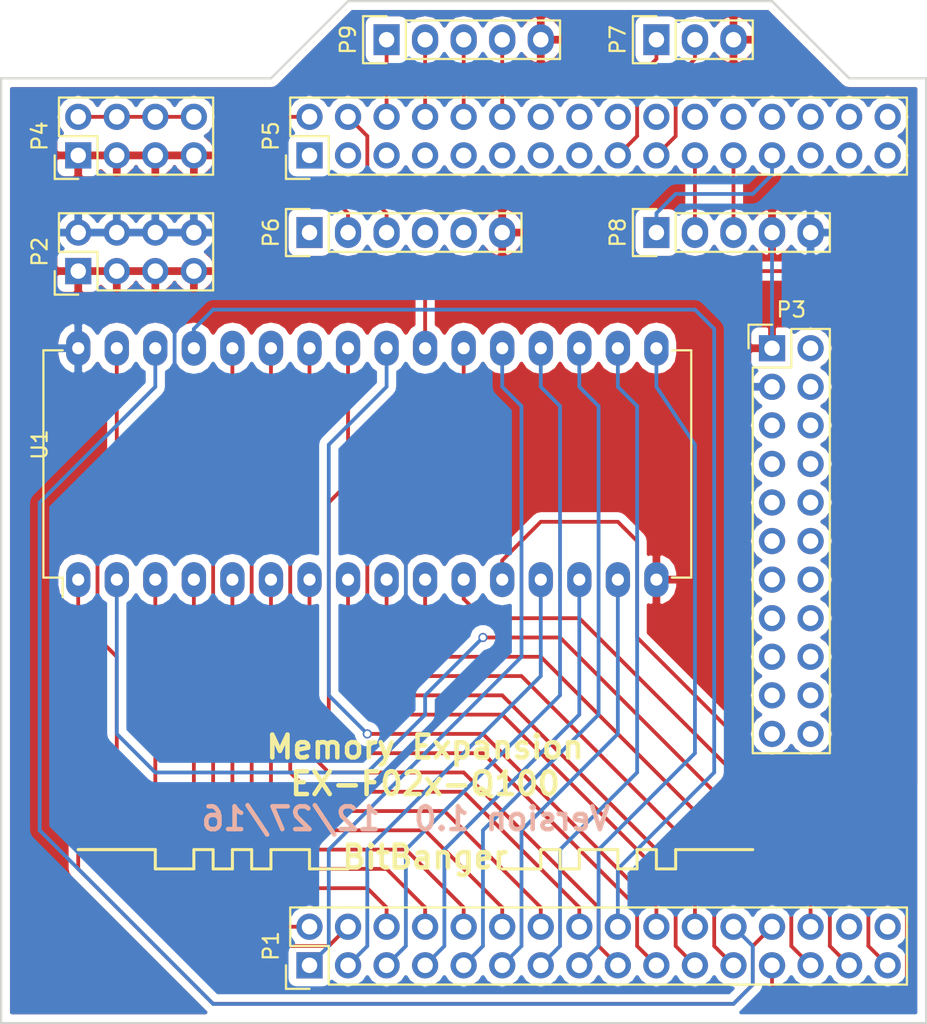
<source format=kicad_pcb>
(kicad_pcb (version 4) (host pcbnew 4.0.5)

  (general
    (links 65)
    (no_connects 2)
    (area 116.764999 57.074999 177.875001 124.535001)
    (thickness 1.6)
    (drawings 45)
    (tracks 243)
    (zones 0)
    (modules 10)
    (nets 89)
  )

  (page A4)
  (layers
    (0 F.Cu signal hide)
    (31 B.Cu signal)
    (32 B.Adhes user)
    (33 F.Adhes user)
    (34 B.Paste user)
    (35 F.Paste user)
    (36 B.SilkS user)
    (37 F.SilkS user)
    (38 B.Mask user)
    (39 F.Mask user)
    (40 Dwgs.User user)
    (41 Cmts.User user)
    (42 Eco1.User user)
    (43 Eco2.User user)
    (44 Edge.Cuts user)
    (45 Margin user)
    (46 B.CrtYd user)
    (47 F.CrtYd user)
    (48 B.Fab user)
    (49 F.Fab user)
  )

  (setup
    (last_trace_width 0.25)
    (trace_clearance 0.2)
    (zone_clearance 0.508)
    (zone_45_only no)
    (trace_min 0.2)
    (segment_width 0.2)
    (edge_width 0.15)
    (via_size 0.6)
    (via_drill 0.4)
    (via_min_size 0.4)
    (via_min_drill 0.3)
    (uvia_size 0.3)
    (uvia_drill 0.1)
    (uvias_allowed no)
    (uvia_min_size 0.2)
    (uvia_min_drill 0.1)
    (pcb_text_width 0.3)
    (pcb_text_size 1.5 1.5)
    (mod_edge_width 0.15)
    (mod_text_size 1 1)
    (mod_text_width 0.15)
    (pad_size 1.7272 1.7272)
    (pad_drill 1.016)
    (pad_to_mask_clearance 0.2)
    (aux_axis_origin 0 0)
    (grid_origin 193.04 86.36)
    (visible_elements 7FFFFFFF)
    (pcbplotparams
      (layerselection 0x010f0_80000001)
      (usegerberextensions false)
      (excludeedgelayer true)
      (linewidth 0.100000)
      (plotframeref false)
      (viasonmask false)
      (mode 1)
      (useauxorigin false)
      (hpglpennumber 1)
      (hpglpenspeed 20)
      (hpglpendiameter 15)
      (hpglpenoverlay 2)
      (psnegative false)
      (psa4output false)
      (plotreference true)
      (plotvalue true)
      (plotinvisibletext false)
      (padsonsilk false)
      (subtractmaskfromsilk false)
      (outputformat 1)
      (mirror false)
      (drillshape 0)
      (scaleselection 1)
      (outputdirectory ""))
  )

  (net 0 "")
  (net 1 P7.7)
  (net 2 P6.7)
  (net 3 P7.6)
  (net 4 P6.6)
  (net 5 P7.5)
  (net 6 P6.5)
  (net 7 P7.4)
  (net 8 P6.4)
  (net 9 P7.3)
  (net 10 P6.3)
  (net 11 P7.2)
  (net 12 P6.2)
  (net 13 P7.1)
  (net 14 P6.1)
  (net 15 P7.0)
  (net 16 P6.0)
  (net 17 P5.7)
  (net 18 P4.7)
  (net 19 P5.6)
  (net 20 P4.6)
  (net 21 P5.5)
  (net 22 P4.5)
  (net 23 P5.4)
  (net 24 P4.4)
  (net 25 P5.3)
  (net 26 P4.3)
  (net 27 P5.2)
  (net 28 P4.2)
  (net 29 P5.1)
  (net 30 P4.1)
  (net 31 P5.0)
  (net 32 P4.0)
  (net 33 GND)
  (net 34 +3V3)
  (net 35 ANI0.7)
  (net 36 ANI0.6)
  (net 37 CPO+)
  (net 38 ANI0.5)
  (net 39 CPO-)
  (net 40 ANI0.4)
  (net 41 CPI+)
  (net 42 ANI0.3)
  (net 43 CPI-)
  (net 44 ANI0.2)
  (net 45 DAC1)
  (net 46 ANI0.1)
  (net 47 DAC0)
  (net 48 ANI0.0)
  (net 49 VREF1)
  (net 50 VREF)
  (net 51 VREF0)
  (net 52 VREFD)
  (net 53 +5V)
  (net 54 P3.0)
  (net 55 P0.0)
  (net 56 P3.1)
  (net 57 P0.1)
  (net 58 P3.2)
  (net 59 P0.2)
  (net 60 P3.3)
  (net 61 P0.3)
  (net 62 P3.4)
  (net 63 P0.4)
  (net 64 P3.5)
  (net 65 P0.5)
  (net 66 P3.6)
  (net 67 P0.6)
  (net 68 P3.7)
  (net 69 P0.7)
  (net 70 P1.0)
  (net 71 P2.0)
  (net 72 P1.1)
  (net 73 P2.1)
  (net 74 P1.2)
  (net 75 P2.2)
  (net 76 P1.3)
  (net 77 P2.3)
  (net 78 P1.4)
  (net 79 P2.4)
  (net 80 P1.5)
  (net 81 P2.5)
  (net 82 P1.6)
  (net 83 P2.6)
  (net 84 P1.7)
  (net 85 P2.7)
  (net 86 "Net-(P6-Pad1)")
  (net 87 "Net-(P6-Pad4)")
  (net 88 "Net-(P6-Pad5)")

  (net_class Default "This is the default net class."
    (clearance 0.2)
    (trace_width 0.25)
    (via_dia 0.6)
    (via_drill 0.4)
    (uvia_dia 0.3)
    (uvia_drill 0.1)
    (add_net +3V3)
    (add_net +5V)
    (add_net ANI0.0)
    (add_net ANI0.1)
    (add_net ANI0.2)
    (add_net ANI0.3)
    (add_net ANI0.4)
    (add_net ANI0.5)
    (add_net ANI0.6)
    (add_net ANI0.7)
    (add_net CPI+)
    (add_net CPI-)
    (add_net CPO+)
    (add_net CPO-)
    (add_net DAC0)
    (add_net DAC1)
    (add_net GND)
    (add_net "Net-(P6-Pad1)")
    (add_net "Net-(P6-Pad4)")
    (add_net "Net-(P6-Pad5)")
    (add_net P0.0)
    (add_net P0.1)
    (add_net P0.2)
    (add_net P0.3)
    (add_net P0.4)
    (add_net P0.5)
    (add_net P0.6)
    (add_net P0.7)
    (add_net P1.0)
    (add_net P1.1)
    (add_net P1.2)
    (add_net P1.3)
    (add_net P1.4)
    (add_net P1.5)
    (add_net P1.6)
    (add_net P1.7)
    (add_net P2.0)
    (add_net P2.1)
    (add_net P2.2)
    (add_net P2.3)
    (add_net P2.4)
    (add_net P2.5)
    (add_net P2.6)
    (add_net P2.7)
    (add_net P3.0)
    (add_net P3.1)
    (add_net P3.2)
    (add_net P3.3)
    (add_net P3.4)
    (add_net P3.5)
    (add_net P3.6)
    (add_net P3.7)
    (add_net P4.0)
    (add_net P4.1)
    (add_net P4.2)
    (add_net P4.3)
    (add_net P4.4)
    (add_net P4.5)
    (add_net P4.6)
    (add_net P4.7)
    (add_net P5.0)
    (add_net P5.1)
    (add_net P5.2)
    (add_net P5.3)
    (add_net P5.4)
    (add_net P5.5)
    (add_net P5.6)
    (add_net P5.7)
    (add_net P6.0)
    (add_net P6.1)
    (add_net P6.2)
    (add_net P6.3)
    (add_net P6.4)
    (add_net P6.5)
    (add_net P6.6)
    (add_net P6.7)
    (add_net P7.0)
    (add_net P7.1)
    (add_net P7.2)
    (add_net P7.3)
    (add_net P7.4)
    (add_net P7.5)
    (add_net P7.6)
    (add_net P7.7)
    (add_net VREF)
    (add_net VREF0)
    (add_net VREF1)
    (add_net VREFD)
  )

  (net_class Medium ""
    (clearance 0.2)
    (trace_width 0.5)
    (via_dia 0.6)
    (via_drill 0.4)
    (uvia_dia 0.3)
    (uvia_drill 0.1)
  )

  (net_class Wide ""
    (clearance 0.2)
    (trace_width 0.75)
    (via_dia 0.6)
    (via_drill 0.4)
    (uvia_dia 0.3)
    (uvia_drill 0.1)
  )

  (module Housings_DIP:DIP-32_W15.24mm_LongPads (layer F.Cu) (tedit 58631955) (tstamp 58627D2E)
    (at 121.92 95.25 90)
    (descr "32-lead dip package, row spacing 15.24 mm (600 mils), longer pads")
    (tags "dil dip 2.54 600")
    (path /5861848A)
    (fp_text reference U1 (at 8.89 -2.54 90) (layer F.SilkS)
      (effects (font (size 1 1) (thickness 0.15)))
    )
    (fp_text value HM628512BFP-5 (at 7.62 19.05 180) (layer F.Fab)
      (effects (font (size 1 1) (thickness 0.15)))
    )
    (fp_line (start -1.4 -2.45) (end -1.4 40.55) (layer F.CrtYd) (width 0.05))
    (fp_line (start 16.65 -2.45) (end 16.65 40.55) (layer F.CrtYd) (width 0.05))
    (fp_line (start -1.4 -2.45) (end 16.65 -2.45) (layer F.CrtYd) (width 0.05))
    (fp_line (start -1.4 40.55) (end 16.65 40.55) (layer F.CrtYd) (width 0.05))
    (fp_line (start 0.135 -2.295) (end 0.135 -1.025) (layer F.SilkS) (width 0.15))
    (fp_line (start 15.105 -2.295) (end 15.105 -1.025) (layer F.SilkS) (width 0.15))
    (fp_line (start 15.105 40.395) (end 15.105 39.125) (layer F.SilkS) (width 0.15))
    (fp_line (start 0.135 40.395) (end 0.135 39.125) (layer F.SilkS) (width 0.15))
    (fp_line (start 0.135 -2.295) (end 15.105 -2.295) (layer F.SilkS) (width 0.15))
    (fp_line (start 0.135 40.395) (end 15.105 40.395) (layer F.SilkS) (width 0.15))
    (fp_line (start 0.135 -1.025) (end -1.15 -1.025) (layer F.SilkS) (width 0.15))
    (pad 1 thru_hole oval (at 0 0 90) (size 2.3 1.6) (drill 0.8) (layers *.Cu *.Mask)
      (net 26 P4.3))
    (pad 2 thru_hole oval (at 0 2.54 90) (size 2.3 1.6) (drill 0.8) (layers *.Cu *.Mask)
      (net 28 P4.2))
    (pad 3 thru_hole oval (at 0 5.08 90) (size 2.3 1.6) (drill 0.8) (layers *.Cu *.Mask)
      (net 2 P6.7))
    (pad 4 thru_hole oval (at 0 7.62 90) (size 2.3 1.6) (drill 0.8) (layers *.Cu *.Mask)
      (net 6 P6.5))
    (pad 5 thru_hole oval (at 0 10.16 90) (size 2.3 1.6) (drill 0.8) (layers *.Cu *.Mask)
      (net 10 P6.3))
    (pad 6 thru_hole oval (at 0 12.7 90) (size 2.3 1.6) (drill 0.8) (layers *.Cu *.Mask)
      (net 14 P6.1))
    (pad 7 thru_hole oval (at 0 15.24 90) (size 2.3 1.6) (drill 0.8) (layers *.Cu *.Mask)
      (net 17 P5.7))
    (pad 8 thru_hole oval (at 0 17.78 90) (size 2.3 1.6) (drill 0.8) (layers *.Cu *.Mask)
      (net 21 P5.5))
    (pad 9 thru_hole oval (at 0 20.32 90) (size 2.3 1.6) (drill 0.8) (layers *.Cu *.Mask)
      (net 23 P5.4))
    (pad 10 thru_hole oval (at 0 22.86 90) (size 2.3 1.6) (drill 0.8) (layers *.Cu *.Mask)
      (net 27 P5.2))
    (pad 11 thru_hole oval (at 0 25.4 90) (size 2.3 1.6) (drill 0.8) (layers *.Cu *.Mask)
      (net 29 P5.1))
    (pad 12 thru_hole oval (at 0 27.94 90) (size 2.3 1.6) (drill 0.8) (layers *.Cu *.Mask)
      (net 31 P5.0))
    (pad 13 thru_hole oval (at 0 30.48 90) (size 2.3 1.6) (drill 0.8) (layers *.Cu *.Mask)
      (net 3 P7.6))
    (pad 14 thru_hole oval (at 0 33.02 90) (size 2.3 1.6) (drill 0.8) (layers *.Cu *.Mask)
      (net 7 P7.4))
    (pad 15 thru_hole oval (at 0 35.56 90) (size 2.3 1.6) (drill 0.8) (layers *.Cu *.Mask)
      (net 11 P7.2))
    (pad 16 thru_hole oval (at 0 38.1 90) (size 2.3 1.6) (drill 0.8) (layers *.Cu *.Mask)
      (net 33 GND))
    (pad 17 thru_hole oval (at 15.24 38.1 90) (size 2.3 1.6) (drill 0.8) (layers *.Cu *.Mask)
      (net 15 P7.0))
    (pad 18 thru_hole oval (at 15.24 35.56 90) (size 2.3 1.6) (drill 0.8) (layers *.Cu *.Mask)
      (net 13 P7.1))
    (pad 19 thru_hole oval (at 15.24 33.02 90) (size 2.3 1.6) (drill 0.8) (layers *.Cu *.Mask)
      (net 9 P7.3))
    (pad 20 thru_hole oval (at 15.24 30.48 90) (size 2.3 1.6) (drill 0.8) (layers *.Cu *.Mask)
      (net 5 P7.5))
    (pad 21 thru_hole oval (at 15.24 27.94 90) (size 2.3 1.6) (drill 0.8) (layers *.Cu *.Mask)
      (net 1 P7.7))
    (pad 22 thru_hole oval (at 15.24 25.4 90) (size 2.3 1.6) (drill 0.8) (layers *.Cu *.Mask)
      (net 22 P4.5))
    (pad 23 thru_hole oval (at 15.24 22.86 90) (size 2.3 1.6) (drill 0.8) (layers *.Cu *.Mask)
      (net 25 P5.3))
    (pad 24 thru_hole oval (at 15.24 20.32 90) (size 2.3 1.6) (drill 0.8) (layers *.Cu *.Mask)
      (net 20 P4.6))
    (pad 25 thru_hole oval (at 15.24 17.78 90) (size 2.3 1.6) (drill 0.8) (layers *.Cu *.Mask)
      (net 19 P5.6))
    (pad 26 thru_hole oval (at 15.24 15.24 90) (size 2.3 1.6) (drill 0.8) (layers *.Cu *.Mask)
      (net 16 P6.0))
    (pad 27 thru_hole oval (at 15.24 12.7 90) (size 2.3 1.6) (drill 0.8) (layers *.Cu *.Mask)
      (net 12 P6.2))
    (pad 28 thru_hole oval (at 15.24 10.16 90) (size 2.3 1.6) (drill 0.8) (layers *.Cu *.Mask)
      (net 8 P6.4))
    (pad 29 thru_hole oval (at 15.24 7.62 90) (size 2.3 1.6) (drill 0.8) (layers *.Cu *.Mask)
      (net 18 P4.7))
    (pad 30 thru_hole oval (at 15.24 5.08 90) (size 2.3 1.6) (drill 0.8) (layers *.Cu *.Mask)
      (net 24 P4.4))
    (pad 31 thru_hole oval (at 15.24 2.54 90) (size 2.3 1.6) (drill 0.8) (layers *.Cu *.Mask)
      (net 4 P6.6))
    (pad 32 thru_hole oval (at 15.24 0 90) (size 2.3 1.6) (drill 0.8) (layers *.Cu *.Mask)
      (net 34 +3V3))
    (model Housings_DIP.3dshapes/DIP-32_W15.24mm_LongPads.wrl
      (at (xyz 0 0 0))
      (scale (xyz 1 1 1))
      (rotate (xyz 0 0 0))
    )
  )

  (module Pin_Headers:Pin_Header_Straight_2x04 (layer F.Cu) (tedit 58631924) (tstamp 5861E369)
    (at 121.92 67.31 90)
    (descr "Through hole pin header")
    (tags "pin header")
    (path /58618673)
    (fp_text reference P4 (at 1.27 -2.54 90) (layer F.SilkS)
      (effects (font (size 1 1) (thickness 0.15)))
    )
    (fp_text value "" (at 0 -3.1 90) (layer F.Fab)
      (effects (font (size 1 1) (thickness 0.15)))
    )
    (fp_line (start -1.75 -1.75) (end -1.75 9.4) (layer F.CrtYd) (width 0.05))
    (fp_line (start 4.3 -1.75) (end 4.3 9.4) (layer F.CrtYd) (width 0.05))
    (fp_line (start -1.75 -1.75) (end 4.3 -1.75) (layer F.CrtYd) (width 0.05))
    (fp_line (start -1.75 9.4) (end 4.3 9.4) (layer F.CrtYd) (width 0.05))
    (fp_line (start -1.27 1.27) (end -1.27 8.89) (layer F.SilkS) (width 0.15))
    (fp_line (start -1.27 8.89) (end 3.81 8.89) (layer F.SilkS) (width 0.15))
    (fp_line (start 3.81 8.89) (end 3.81 -1.27) (layer F.SilkS) (width 0.15))
    (fp_line (start 3.81 -1.27) (end 1.27 -1.27) (layer F.SilkS) (width 0.15))
    (fp_line (start 0 -1.55) (end -1.55 -1.55) (layer F.SilkS) (width 0.15))
    (fp_line (start 1.27 -1.27) (end 1.27 1.27) (layer F.SilkS) (width 0.15))
    (fp_line (start 1.27 1.27) (end -1.27 1.27) (layer F.SilkS) (width 0.15))
    (fp_line (start -1.55 -1.55) (end -1.55 0) (layer F.SilkS) (width 0.15))
    (pad 1 thru_hole rect (at 0 0 90) (size 1.7272 1.7272) (drill 1.016) (layers *.Cu *.Mask)
      (net 33 GND))
    (pad 2 thru_hole oval (at 2.54 0 90) (size 1.7272 1.7272) (drill 1.016) (layers *.Cu *.Mask)
      (net 53 +5V))
    (pad 3 thru_hole oval (at 0 2.54 90) (size 1.7272 1.7272) (drill 1.016) (layers *.Cu *.Mask)
      (net 33 GND))
    (pad 4 thru_hole oval (at 2.54 2.54 90) (size 1.7272 1.7272) (drill 1.016) (layers *.Cu *.Mask)
      (net 53 +5V))
    (pad 5 thru_hole oval (at 0 5.08 90) (size 1.7272 1.7272) (drill 1.016) (layers *.Cu *.Mask)
      (net 33 GND))
    (pad 6 thru_hole oval (at 2.54 5.08 90) (size 1.7272 1.7272) (drill 1.016) (layers *.Cu *.Mask)
      (net 53 +5V))
    (pad 7 thru_hole oval (at 0 7.62 90) (size 1.7272 1.7272) (drill 1.016) (layers *.Cu *.Mask)
      (net 33 GND))
    (pad 8 thru_hole oval (at 2.54 7.62 90) (size 1.7272 1.7272) (drill 1.016) (layers *.Cu *.Mask)
      (net 53 +5V))
    (model Pin_Headers.3dshapes/Pin_Header_Straight_2x04.wrl
      (at (xyz 0.05 -0.15 0))
      (scale (xyz 1 1 1))
      (rotate (xyz 0 0 90))
    )
  )

  (module Pin_Headers:Pin_Header_Straight_1x03 (layer F.Cu) (tedit 586318A2) (tstamp 5862EDF3)
    (at 160.02 59.69 90)
    (descr "Through hole pin header")
    (tags "pin header")
    (path /5862E6F9)
    (fp_text reference P7 (at 0 -2.54 90) (layer F.SilkS)
      (effects (font (size 1 1) (thickness 0.15)))
    )
    (fp_text value "" (at 0 -3.1 90) (layer F.Fab)
      (effects (font (size 1 1) (thickness 0.15)))
    )
    (fp_line (start -1.75 -1.75) (end -1.75 6.85) (layer F.CrtYd) (width 0.05))
    (fp_line (start 1.75 -1.75) (end 1.75 6.85) (layer F.CrtYd) (width 0.05))
    (fp_line (start -1.75 -1.75) (end 1.75 -1.75) (layer F.CrtYd) (width 0.05))
    (fp_line (start -1.75 6.85) (end 1.75 6.85) (layer F.CrtYd) (width 0.05))
    (fp_line (start -1.27 1.27) (end -1.27 6.35) (layer F.SilkS) (width 0.15))
    (fp_line (start -1.27 6.35) (end 1.27 6.35) (layer F.SilkS) (width 0.15))
    (fp_line (start 1.27 6.35) (end 1.27 1.27) (layer F.SilkS) (width 0.15))
    (fp_line (start 1.55 -1.55) (end 1.55 0) (layer F.SilkS) (width 0.15))
    (fp_line (start 1.27 1.27) (end -1.27 1.27) (layer F.SilkS) (width 0.15))
    (fp_line (start -1.55 0) (end -1.55 -1.55) (layer F.SilkS) (width 0.15))
    (fp_line (start -1.55 -1.55) (end 1.55 -1.55) (layer F.SilkS) (width 0.15))
    (pad 1 thru_hole rect (at 0 0 90) (size 2.032 1.7272) (drill 1.016) (layers *.Cu *.Mask)
      (net 70 P1.0))
    (pad 2 thru_hole oval (at 0 2.54 90) (size 2.032 1.7272) (drill 1.016) (layers *.Cu *.Mask)
      (net 72 P1.1))
    (pad 3 thru_hole oval (at 0 5.08 90) (size 2.032 1.7272) (drill 1.016) (layers *.Cu *.Mask)
      (net 33 GND))
    (model Pin_Headers.3dshapes/Pin_Header_Straight_1x03.wrl
      (at (xyz 0 -0.1 0))
      (scale (xyz 1 1 1))
      (rotate (xyz 0 0 90))
    )
  )

  (module Pin_Headers:Pin_Header_Straight_2x16 (layer F.Cu) (tedit 58631933) (tstamp 5861E313)
    (at 137.16 120.65 90)
    (descr "Through hole pin header")
    (tags "pin header")
    (path /58618CCB)
    (fp_text reference P1 (at 1.27 -2.54 90) (layer F.SilkS)
      (effects (font (size 1 1) (thickness 0.15)))
    )
    (fp_text value "" (at 0 -3.1 90) (layer F.Fab)
      (effects (font (size 1 1) (thickness 0.15)))
    )
    (fp_line (start -1.75 -1.75) (end -1.75 39.85) (layer F.CrtYd) (width 0.05))
    (fp_line (start 4.3 -1.75) (end 4.3 39.85) (layer F.CrtYd) (width 0.05))
    (fp_line (start -1.75 -1.75) (end 4.3 -1.75) (layer F.CrtYd) (width 0.05))
    (fp_line (start -1.75 39.85) (end 4.3 39.85) (layer F.CrtYd) (width 0.05))
    (fp_line (start 3.81 39.37) (end 3.81 -1.27) (layer F.SilkS) (width 0.15))
    (fp_line (start -1.27 1.27) (end -1.27 39.37) (layer F.SilkS) (width 0.15))
    (fp_line (start 3.81 39.37) (end -1.27 39.37) (layer F.SilkS) (width 0.15))
    (fp_line (start 3.81 -1.27) (end 1.27 -1.27) (layer F.SilkS) (width 0.15))
    (fp_line (start 0 -1.55) (end -1.55 -1.55) (layer F.SilkS) (width 0.15))
    (fp_line (start 1.27 -1.27) (end 1.27 1.27) (layer F.SilkS) (width 0.15))
    (fp_line (start 1.27 1.27) (end -1.27 1.27) (layer F.SilkS) (width 0.15))
    (fp_line (start -1.55 -1.55) (end -1.55 0) (layer F.SilkS) (width 0.15))
    (pad 1 thru_hole rect (at 0 0 90) (size 1.7272 1.7272) (drill 1.016) (layers *.Cu *.Mask)
      (net 1 P7.7))
    (pad 2 thru_hole oval (at 2.54 0 90) (size 1.7272 1.7272) (drill 1.016) (layers *.Cu *.Mask)
      (net 2 P6.7))
    (pad 3 thru_hole oval (at 0 2.54 90) (size 1.7272 1.7272) (drill 1.016) (layers *.Cu *.Mask)
      (net 3 P7.6))
    (pad 4 thru_hole oval (at 2.54 2.54 90) (size 1.7272 1.7272) (drill 1.016) (layers *.Cu *.Mask)
      (net 4 P6.6))
    (pad 5 thru_hole oval (at 0 5.08 90) (size 1.7272 1.7272) (drill 1.016) (layers *.Cu *.Mask)
      (net 5 P7.5))
    (pad 6 thru_hole oval (at 2.54 5.08 90) (size 1.7272 1.7272) (drill 1.016) (layers *.Cu *.Mask)
      (net 6 P6.5))
    (pad 7 thru_hole oval (at 0 7.62 90) (size 1.7272 1.7272) (drill 1.016) (layers *.Cu *.Mask)
      (net 7 P7.4))
    (pad 8 thru_hole oval (at 2.54 7.62 90) (size 1.7272 1.7272) (drill 1.016) (layers *.Cu *.Mask)
      (net 8 P6.4))
    (pad 9 thru_hole oval (at 0 10.16 90) (size 1.7272 1.7272) (drill 1.016) (layers *.Cu *.Mask)
      (net 9 P7.3))
    (pad 10 thru_hole oval (at 2.54 10.16 90) (size 1.7272 1.7272) (drill 1.016) (layers *.Cu *.Mask)
      (net 10 P6.3))
    (pad 11 thru_hole oval (at 0 12.7 90) (size 1.7272 1.7272) (drill 1.016) (layers *.Cu *.Mask)
      (net 11 P7.2))
    (pad 12 thru_hole oval (at 2.54 12.7 90) (size 1.7272 1.7272) (drill 1.016) (layers *.Cu *.Mask)
      (net 12 P6.2))
    (pad 13 thru_hole oval (at 0 15.24 90) (size 1.7272 1.7272) (drill 1.016) (layers *.Cu *.Mask)
      (net 13 P7.1))
    (pad 14 thru_hole oval (at 2.54 15.24 90) (size 1.7272 1.7272) (drill 1.016) (layers *.Cu *.Mask)
      (net 14 P6.1))
    (pad 15 thru_hole oval (at 0 17.78 90) (size 1.7272 1.7272) (drill 1.016) (layers *.Cu *.Mask)
      (net 15 P7.0))
    (pad 16 thru_hole oval (at 2.54 17.78 90) (size 1.7272 1.7272) (drill 1.016) (layers *.Cu *.Mask)
      (net 16 P6.0))
    (pad 17 thru_hole oval (at 0 20.32 90) (size 1.7272 1.7272) (drill 1.016) (layers *.Cu *.Mask)
      (net 17 P5.7))
    (pad 18 thru_hole oval (at 2.54 20.32 90) (size 1.7272 1.7272) (drill 1.016) (layers *.Cu *.Mask)
      (net 18 P4.7))
    (pad 19 thru_hole oval (at 0 22.86 90) (size 1.7272 1.7272) (drill 1.016) (layers *.Cu *.Mask)
      (net 19 P5.6))
    (pad 20 thru_hole oval (at 2.54 22.86 90) (size 1.7272 1.7272) (drill 1.016) (layers *.Cu *.Mask)
      (net 20 P4.6))
    (pad 21 thru_hole oval (at 0 25.4 90) (size 1.7272 1.7272) (drill 1.016) (layers *.Cu *.Mask)
      (net 21 P5.5))
    (pad 22 thru_hole oval (at 2.54 25.4 90) (size 1.7272 1.7272) (drill 1.016) (layers *.Cu *.Mask)
      (net 22 P4.5))
    (pad 23 thru_hole oval (at 0 27.94 90) (size 1.7272 1.7272) (drill 1.016) (layers *.Cu *.Mask)
      (net 23 P5.4))
    (pad 24 thru_hole oval (at 2.54 27.94 90) (size 1.7272 1.7272) (drill 1.016) (layers *.Cu *.Mask)
      (net 24 P4.4))
    (pad 25 thru_hole oval (at 0 30.48 90) (size 1.7272 1.7272) (drill 1.016) (layers *.Cu *.Mask)
      (net 25 P5.3))
    (pad 26 thru_hole oval (at 2.54 30.48 90) (size 1.7272 1.7272) (drill 1.016) (layers *.Cu *.Mask)
      (net 26 P4.3))
    (pad 27 thru_hole oval (at 0 33.02 90) (size 1.7272 1.7272) (drill 1.016) (layers *.Cu *.Mask)
      (net 27 P5.2))
    (pad 28 thru_hole oval (at 2.54 33.02 90) (size 1.7272 1.7272) (drill 1.016) (layers *.Cu *.Mask)
      (net 28 P4.2))
    (pad 29 thru_hole oval (at 0 35.56 90) (size 1.7272 1.7272) (drill 1.016) (layers *.Cu *.Mask)
      (net 29 P5.1))
    (pad 30 thru_hole oval (at 2.54 35.56 90) (size 1.7272 1.7272) (drill 1.016) (layers *.Cu *.Mask)
      (net 30 P4.1))
    (pad 31 thru_hole oval (at 0 38.1 90) (size 1.7272 1.7272) (drill 1.016) (layers *.Cu *.Mask)
      (net 31 P5.0))
    (pad 32 thru_hole oval (at 2.54 38.1 90) (size 1.7272 1.7272) (drill 1.016) (layers *.Cu *.Mask)
      (net 32 P4.0))
    (model Pin_Headers.3dshapes/Pin_Header_Straight_2x16.wrl
      (at (xyz 0.05 -0.75 0))
      (scale (xyz 1 1 1))
      (rotate (xyz 0 0 90))
    )
  )

  (module Pin_Headers:Pin_Header_Straight_2x04 (layer F.Cu) (tedit 58631916) (tstamp 5861E32B)
    (at 121.92 74.93 90)
    (descr "Through hole pin header")
    (tags "pin header")
    (path /58618612)
    (fp_text reference P2 (at 1.27 -2.54 90) (layer F.SilkS)
      (effects (font (size 1 1) (thickness 0.15)))
    )
    (fp_text value "" (at 0 -3.1 90) (layer F.Fab)
      (effects (font (size 1 1) (thickness 0.15)))
    )
    (fp_line (start -1.75 -1.75) (end -1.75 9.4) (layer F.CrtYd) (width 0.05))
    (fp_line (start 4.3 -1.75) (end 4.3 9.4) (layer F.CrtYd) (width 0.05))
    (fp_line (start -1.75 -1.75) (end 4.3 -1.75) (layer F.CrtYd) (width 0.05))
    (fp_line (start -1.75 9.4) (end 4.3 9.4) (layer F.CrtYd) (width 0.05))
    (fp_line (start -1.27 1.27) (end -1.27 8.89) (layer F.SilkS) (width 0.15))
    (fp_line (start -1.27 8.89) (end 3.81 8.89) (layer F.SilkS) (width 0.15))
    (fp_line (start 3.81 8.89) (end 3.81 -1.27) (layer F.SilkS) (width 0.15))
    (fp_line (start 3.81 -1.27) (end 1.27 -1.27) (layer F.SilkS) (width 0.15))
    (fp_line (start 0 -1.55) (end -1.55 -1.55) (layer F.SilkS) (width 0.15))
    (fp_line (start 1.27 -1.27) (end 1.27 1.27) (layer F.SilkS) (width 0.15))
    (fp_line (start 1.27 1.27) (end -1.27 1.27) (layer F.SilkS) (width 0.15))
    (fp_line (start -1.55 -1.55) (end -1.55 0) (layer F.SilkS) (width 0.15))
    (pad 1 thru_hole rect (at 0 0 90) (size 1.7272 1.7272) (drill 1.016) (layers *.Cu *.Mask)
      (net 33 GND))
    (pad 2 thru_hole oval (at 2.54 0 90) (size 1.7272 1.7272) (drill 1.016) (layers *.Cu *.Mask)
      (net 34 +3V3))
    (pad 3 thru_hole oval (at 0 2.54 90) (size 1.7272 1.7272) (drill 1.016) (layers *.Cu *.Mask)
      (net 33 GND))
    (pad 4 thru_hole oval (at 2.54 2.54 90) (size 1.7272 1.7272) (drill 1.016) (layers *.Cu *.Mask)
      (net 34 +3V3))
    (pad 5 thru_hole oval (at 0 5.08 90) (size 1.7272 1.7272) (drill 1.016) (layers *.Cu *.Mask)
      (net 33 GND))
    (pad 6 thru_hole oval (at 2.54 5.08 90) (size 1.7272 1.7272) (drill 1.016) (layers *.Cu *.Mask)
      (net 34 +3V3))
    (pad 7 thru_hole oval (at 0 7.62 90) (size 1.7272 1.7272) (drill 1.016) (layers *.Cu *.Mask)
      (net 33 GND))
    (pad 8 thru_hole oval (at 2.54 7.62 90) (size 1.7272 1.7272) (drill 1.016) (layers *.Cu *.Mask)
      (net 34 +3V3))
    (model Pin_Headers.3dshapes/Pin_Header_Straight_2x04.wrl
      (at (xyz 0.05 -0.15 0))
      (scale (xyz 1 1 1))
      (rotate (xyz 0 0 90))
    )
  )

  (module Pin_Headers:Pin_Header_Straight_2x11 (layer F.Cu) (tedit 5863300D) (tstamp 5861E351)
    (at 167.64 80.01)
    (descr "Through hole pin header")
    (tags "pin header")
    (path /58618547)
    (fp_text reference P3 (at 1.27 -2.54) (layer F.SilkS)
      (effects (font (size 1 1) (thickness 0.15)))
    )
    (fp_text value "" (at 0 -3.1) (layer F.Fab)
      (effects (font (size 1 1) (thickness 0.15)))
    )
    (fp_line (start -1.75 -1.75) (end -1.75 27.15) (layer F.CrtYd) (width 0.05))
    (fp_line (start 4.3 -1.75) (end 4.3 27.15) (layer F.CrtYd) (width 0.05))
    (fp_line (start -1.75 -1.75) (end 4.3 -1.75) (layer F.CrtYd) (width 0.05))
    (fp_line (start -1.75 27.15) (end 4.3 27.15) (layer F.CrtYd) (width 0.05))
    (fp_line (start 3.81 26.67) (end 3.81 -1.27) (layer F.SilkS) (width 0.15))
    (fp_line (start -1.27 1.27) (end -1.27 26.67) (layer F.SilkS) (width 0.15))
    (fp_line (start 3.81 26.67) (end -1.27 26.67) (layer F.SilkS) (width 0.15))
    (fp_line (start 3.81 -1.27) (end 1.27 -1.27) (layer F.SilkS) (width 0.15))
    (fp_line (start 0 -1.55) (end -1.55 -1.55) (layer F.SilkS) (width 0.15))
    (fp_line (start 1.27 -1.27) (end 1.27 1.27) (layer F.SilkS) (width 0.15))
    (fp_line (start 1.27 1.27) (end -1.27 1.27) (layer F.SilkS) (width 0.15))
    (fp_line (start -1.55 -1.55) (end -1.55 0) (layer F.SilkS) (width 0.15))
    (pad 1 thru_hole rect (at 0 0) (size 1.7272 1.7272) (drill 1.016) (layers *.Cu *.Mask)
      (net 33 GND))
    (pad 2 thru_hole oval (at 2.54 0) (size 1.7272 1.7272) (drill 1.016) (layers *.Cu *.Mask)
      (net 35 ANI0.7))
    (pad 3 thru_hole oval (at 0 2.54) (size 1.7272 1.7272) (drill 1.016) (layers *.Cu *.Mask)
      (net 34 +3V3))
    (pad 4 thru_hole oval (at 2.54 2.54) (size 1.7272 1.7272) (drill 1.016) (layers *.Cu *.Mask)
      (net 36 ANI0.6))
    (pad 5 thru_hole oval (at 0 5.08) (size 1.7272 1.7272) (drill 1.016) (layers *.Cu *.Mask)
      (net 37 CPO+))
    (pad 6 thru_hole oval (at 2.54 5.08) (size 1.7272 1.7272) (drill 1.016) (layers *.Cu *.Mask)
      (net 38 ANI0.5))
    (pad 7 thru_hole oval (at 0 7.62) (size 1.7272 1.7272) (drill 1.016) (layers *.Cu *.Mask)
      (net 39 CPO-))
    (pad 8 thru_hole oval (at 2.54 7.62) (size 1.7272 1.7272) (drill 1.016) (layers *.Cu *.Mask)
      (net 40 ANI0.4))
    (pad 9 thru_hole oval (at 0 10.16) (size 1.7272 1.7272) (drill 1.016) (layers *.Cu *.Mask)
      (net 41 CPI+))
    (pad 10 thru_hole oval (at 2.54 10.16) (size 1.7272 1.7272) (drill 1.016) (layers *.Cu *.Mask)
      (net 42 ANI0.3))
    (pad 11 thru_hole oval (at 0 12.7) (size 1.7272 1.7272) (drill 1.016) (layers *.Cu *.Mask)
      (net 43 CPI-))
    (pad 12 thru_hole oval (at 2.54 12.7) (size 1.7272 1.7272) (drill 1.016) (layers *.Cu *.Mask)
      (net 44 ANI0.2))
    (pad 13 thru_hole oval (at 0 15.24) (size 1.7272 1.7272) (drill 1.016) (layers *.Cu *.Mask)
      (net 45 DAC1))
    (pad 14 thru_hole oval (at 2.54 15.24) (size 1.7272 1.7272) (drill 1.016) (layers *.Cu *.Mask)
      (net 46 ANI0.1))
    (pad 15 thru_hole oval (at 0 17.78) (size 1.7272 1.7272) (drill 1.016) (layers *.Cu *.Mask)
      (net 47 DAC0))
    (pad 16 thru_hole oval (at 2.54 17.78) (size 1.7272 1.7272) (drill 1.016) (layers *.Cu *.Mask)
      (net 48 ANI0.0))
    (pad 17 thru_hole oval (at 0 20.32) (size 1.7272 1.7272) (drill 1.016) (layers *.Cu *.Mask)
      (net 49 VREF1))
    (pad 18 thru_hole oval (at 2.54 20.32) (size 1.7272 1.7272) (drill 1.016) (layers *.Cu *.Mask)
      (net 50 VREF))
    (pad 19 thru_hole oval (at 0 22.86) (size 1.7272 1.7272) (drill 1.016) (layers *.Cu *.Mask)
      (net 51 VREF0))
    (pad 20 thru_hole oval (at 2.54 22.86) (size 1.7272 1.7272) (drill 1.016) (layers *.Cu *.Mask)
      (net 50 VREF))
    (pad 21 thru_hole oval (at 0 25.4) (size 1.7272 1.7272) (drill 1.016) (layers *.Cu *.Mask)
      (net 52 VREFD))
    (pad 22 thru_hole oval (at 2.54 25.4) (size 1.7272 1.7272) (drill 1.016) (layers *.Cu *.Mask)
      (net 50 VREF))
    (model Pin_Headers.3dshapes/Pin_Header_Straight_2x11.wrl
      (at (xyz 0.05 -0.5 0))
      (scale (xyz 1 1 1))
      (rotate (xyz 0 0 90))
    )
  )

  (module Pin_Headers:Pin_Header_Straight_2x16 (layer F.Cu) (tedit 586318CE) (tstamp 5861E399)
    (at 137.16 67.31 90)
    (descr "Through hole pin header")
    (tags "pin header")
    (path /58618CEC)
    (fp_text reference P5 (at 1.27 -2.54 90) (layer F.SilkS)
      (effects (font (size 1 1) (thickness 0.15)))
    )
    (fp_text value "" (at 0 -3.1 90) (layer F.Fab)
      (effects (font (size 1 1) (thickness 0.15)))
    )
    (fp_line (start -1.75 -1.75) (end -1.75 39.85) (layer F.CrtYd) (width 0.05))
    (fp_line (start 4.3 -1.75) (end 4.3 39.85) (layer F.CrtYd) (width 0.05))
    (fp_line (start -1.75 -1.75) (end 4.3 -1.75) (layer F.CrtYd) (width 0.05))
    (fp_line (start -1.75 39.85) (end 4.3 39.85) (layer F.CrtYd) (width 0.05))
    (fp_line (start 3.81 39.37) (end 3.81 -1.27) (layer F.SilkS) (width 0.15))
    (fp_line (start -1.27 1.27) (end -1.27 39.37) (layer F.SilkS) (width 0.15))
    (fp_line (start 3.81 39.37) (end -1.27 39.37) (layer F.SilkS) (width 0.15))
    (fp_line (start 3.81 -1.27) (end 1.27 -1.27) (layer F.SilkS) (width 0.15))
    (fp_line (start 0 -1.55) (end -1.55 -1.55) (layer F.SilkS) (width 0.15))
    (fp_line (start 1.27 -1.27) (end 1.27 1.27) (layer F.SilkS) (width 0.15))
    (fp_line (start 1.27 1.27) (end -1.27 1.27) (layer F.SilkS) (width 0.15))
    (fp_line (start -1.55 -1.55) (end -1.55 0) (layer F.SilkS) (width 0.15))
    (pad 1 thru_hole rect (at 0 0 90) (size 1.7272 1.7272) (drill 1.016) (layers *.Cu *.Mask)
      (net 54 P3.0))
    (pad 2 thru_hole oval (at 2.54 0 90) (size 1.7272 1.7272) (drill 1.016) (layers *.Cu *.Mask)
      (net 55 P0.0))
    (pad 3 thru_hole oval (at 0 2.54 90) (size 1.7272 1.7272) (drill 1.016) (layers *.Cu *.Mask)
      (net 56 P3.1))
    (pad 4 thru_hole oval (at 2.54 2.54 90) (size 1.7272 1.7272) (drill 1.016) (layers *.Cu *.Mask)
      (net 57 P0.1))
    (pad 5 thru_hole oval (at 0 5.08 90) (size 1.7272 1.7272) (drill 1.016) (layers *.Cu *.Mask)
      (net 58 P3.2))
    (pad 6 thru_hole oval (at 2.54 5.08 90) (size 1.7272 1.7272) (drill 1.016) (layers *.Cu *.Mask)
      (net 59 P0.2))
    (pad 7 thru_hole oval (at 0 7.62 90) (size 1.7272 1.7272) (drill 1.016) (layers *.Cu *.Mask)
      (net 60 P3.3))
    (pad 8 thru_hole oval (at 2.54 7.62 90) (size 1.7272 1.7272) (drill 1.016) (layers *.Cu *.Mask)
      (net 61 P0.3))
    (pad 9 thru_hole oval (at 0 10.16 90) (size 1.7272 1.7272) (drill 1.016) (layers *.Cu *.Mask)
      (net 62 P3.4))
    (pad 10 thru_hole oval (at 2.54 10.16 90) (size 1.7272 1.7272) (drill 1.016) (layers *.Cu *.Mask)
      (net 63 P0.4))
    (pad 11 thru_hole oval (at 0 12.7 90) (size 1.7272 1.7272) (drill 1.016) (layers *.Cu *.Mask)
      (net 64 P3.5))
    (pad 12 thru_hole oval (at 2.54 12.7 90) (size 1.7272 1.7272) (drill 1.016) (layers *.Cu *.Mask)
      (net 65 P0.5))
    (pad 13 thru_hole oval (at 0 15.24 90) (size 1.7272 1.7272) (drill 1.016) (layers *.Cu *.Mask)
      (net 66 P3.6))
    (pad 14 thru_hole oval (at 2.54 15.24 90) (size 1.7272 1.7272) (drill 1.016) (layers *.Cu *.Mask)
      (net 67 P0.6))
    (pad 15 thru_hole oval (at 0 17.78 90) (size 1.7272 1.7272) (drill 1.016) (layers *.Cu *.Mask)
      (net 68 P3.7))
    (pad 16 thru_hole oval (at 2.54 17.78 90) (size 1.7272 1.7272) (drill 1.016) (layers *.Cu *.Mask)
      (net 69 P0.7))
    (pad 17 thru_hole oval (at 0 20.32 90) (size 1.7272 1.7272) (drill 1.016) (layers *.Cu *.Mask)
      (net 70 P1.0))
    (pad 18 thru_hole oval (at 2.54 20.32 90) (size 1.7272 1.7272) (drill 1.016) (layers *.Cu *.Mask)
      (net 71 P2.0))
    (pad 19 thru_hole oval (at 0 22.86 90) (size 1.7272 1.7272) (drill 1.016) (layers *.Cu *.Mask)
      (net 72 P1.1))
    (pad 20 thru_hole oval (at 2.54 22.86 90) (size 1.7272 1.7272) (drill 1.016) (layers *.Cu *.Mask)
      (net 73 P2.1))
    (pad 21 thru_hole oval (at 0 25.4 90) (size 1.7272 1.7272) (drill 1.016) (layers *.Cu *.Mask)
      (net 74 P1.2))
    (pad 22 thru_hole oval (at 2.54 25.4 90) (size 1.7272 1.7272) (drill 1.016) (layers *.Cu *.Mask)
      (net 75 P2.2))
    (pad 23 thru_hole oval (at 0 27.94 90) (size 1.7272 1.7272) (drill 1.016) (layers *.Cu *.Mask)
      (net 76 P1.3))
    (pad 24 thru_hole oval (at 2.54 27.94 90) (size 1.7272 1.7272) (drill 1.016) (layers *.Cu *.Mask)
      (net 77 P2.3))
    (pad 25 thru_hole oval (at 0 30.48 90) (size 1.7272 1.7272) (drill 1.016) (layers *.Cu *.Mask)
      (net 78 P1.4))
    (pad 26 thru_hole oval (at 2.54 30.48 90) (size 1.7272 1.7272) (drill 1.016) (layers *.Cu *.Mask)
      (net 79 P2.4))
    (pad 27 thru_hole oval (at 0 33.02 90) (size 1.7272 1.7272) (drill 1.016) (layers *.Cu *.Mask)
      (net 80 P1.5))
    (pad 28 thru_hole oval (at 2.54 33.02 90) (size 1.7272 1.7272) (drill 1.016) (layers *.Cu *.Mask)
      (net 81 P2.5))
    (pad 29 thru_hole oval (at 0 35.56 90) (size 1.7272 1.7272) (drill 1.016) (layers *.Cu *.Mask)
      (net 82 P1.6))
    (pad 30 thru_hole oval (at 2.54 35.56 90) (size 1.7272 1.7272) (drill 1.016) (layers *.Cu *.Mask)
      (net 83 P2.6))
    (pad 31 thru_hole oval (at 0 38.1 90) (size 1.7272 1.7272) (drill 1.016) (layers *.Cu *.Mask)
      (net 84 P1.7))
    (pad 32 thru_hole oval (at 2.54 38.1 90) (size 1.7272 1.7272) (drill 1.016) (layers *.Cu *.Mask)
      (net 85 P2.7))
    (model Pin_Headers.3dshapes/Pin_Header_Straight_2x16.wrl
      (at (xyz 0.05 -0.75 0))
      (scale (xyz 1 1 1))
      (rotate (xyz 0 0 90))
    )
  )

  (module Pin_Headers:Pin_Header_Straight_1x06 (layer F.Cu) (tedit 586318DD) (tstamp 5862EDEC)
    (at 137.16 72.39 90)
    (descr "Through hole pin header")
    (tags "pin header")
    (path /5862E4F9)
    (fp_text reference P6 (at 0 -2.54 90) (layer F.SilkS)
      (effects (font (size 1 1) (thickness 0.15)))
    )
    (fp_text value "" (at 0 -3.1 90) (layer F.Fab)
      (effects (font (size 1 1) (thickness 0.15)))
    )
    (fp_line (start -1.75 -1.75) (end -1.75 14.45) (layer F.CrtYd) (width 0.05))
    (fp_line (start 1.75 -1.75) (end 1.75 14.45) (layer F.CrtYd) (width 0.05))
    (fp_line (start -1.75 -1.75) (end 1.75 -1.75) (layer F.CrtYd) (width 0.05))
    (fp_line (start -1.75 14.45) (end 1.75 14.45) (layer F.CrtYd) (width 0.05))
    (fp_line (start 1.27 1.27) (end 1.27 13.97) (layer F.SilkS) (width 0.15))
    (fp_line (start 1.27 13.97) (end -1.27 13.97) (layer F.SilkS) (width 0.15))
    (fp_line (start -1.27 13.97) (end -1.27 1.27) (layer F.SilkS) (width 0.15))
    (fp_line (start 1.55 -1.55) (end 1.55 0) (layer F.SilkS) (width 0.15))
    (fp_line (start 1.27 1.27) (end -1.27 1.27) (layer F.SilkS) (width 0.15))
    (fp_line (start -1.55 0) (end -1.55 -1.55) (layer F.SilkS) (width 0.15))
    (fp_line (start -1.55 -1.55) (end 1.55 -1.55) (layer F.SilkS) (width 0.15))
    (pad 1 thru_hole rect (at 0 0 90) (size 2.032 1.7272) (drill 1.016) (layers *.Cu *.Mask)
      (net 86 "Net-(P6-Pad1)"))
    (pad 2 thru_hole oval (at 0 2.54 90) (size 2.032 1.7272) (drill 1.016) (layers *.Cu *.Mask)
      (net 55 P0.0))
    (pad 3 thru_hole oval (at 0 5.08 90) (size 2.032 1.7272) (drill 1.016) (layers *.Cu *.Mask)
      (net 57 P0.1))
    (pad 4 thru_hole oval (at 0 7.62 90) (size 2.032 1.7272) (drill 1.016) (layers *.Cu *.Mask)
      (net 87 "Net-(P6-Pad4)"))
    (pad 5 thru_hole oval (at 0 10.16 90) (size 2.032 1.7272) (drill 1.016) (layers *.Cu *.Mask)
      (net 88 "Net-(P6-Pad5)"))
    (pad 6 thru_hole oval (at 0 12.7 90) (size 2.032 1.7272) (drill 1.016) (layers *.Cu *.Mask)
      (net 33 GND))
    (model Pin_Headers.3dshapes/Pin_Header_Straight_1x06.wrl
      (at (xyz 0 -0.25 0))
      (scale (xyz 1 1 1))
      (rotate (xyz 0 0 90))
    )
  )

  (module Pin_Headers:Pin_Header_Straight_1x05 (layer F.Cu) (tedit 586318AB) (tstamp 5862EDFC)
    (at 160.02 72.39 90)
    (descr "Through hole pin header")
    (tags "pin header")
    (path /5862E4B4)
    (fp_text reference P8 (at 0 -2.54 90) (layer F.SilkS)
      (effects (font (size 1 1) (thickness 0.15)))
    )
    (fp_text value "" (at 0 -3.1 90) (layer F.Fab)
      (effects (font (size 1 1) (thickness 0.15)))
    )
    (fp_line (start -1.55 0) (end -1.55 -1.55) (layer F.SilkS) (width 0.15))
    (fp_line (start -1.55 -1.55) (end 1.55 -1.55) (layer F.SilkS) (width 0.15))
    (fp_line (start 1.55 -1.55) (end 1.55 0) (layer F.SilkS) (width 0.15))
    (fp_line (start -1.75 -1.75) (end -1.75 11.95) (layer F.CrtYd) (width 0.05))
    (fp_line (start 1.75 -1.75) (end 1.75 11.95) (layer F.CrtYd) (width 0.05))
    (fp_line (start -1.75 -1.75) (end 1.75 -1.75) (layer F.CrtYd) (width 0.05))
    (fp_line (start -1.75 11.95) (end 1.75 11.95) (layer F.CrtYd) (width 0.05))
    (fp_line (start 1.27 1.27) (end 1.27 11.43) (layer F.SilkS) (width 0.15))
    (fp_line (start 1.27 11.43) (end -1.27 11.43) (layer F.SilkS) (width 0.15))
    (fp_line (start -1.27 11.43) (end -1.27 1.27) (layer F.SilkS) (width 0.15))
    (fp_line (start 1.27 1.27) (end -1.27 1.27) (layer F.SilkS) (width 0.15))
    (pad 1 thru_hole rect (at 0 0 90) (size 2.032 1.7272) (drill 1.016) (layers *.Cu *.Mask)
      (net 78 P1.4))
    (pad 2 thru_hole oval (at 0 2.54 90) (size 2.032 1.7272) (drill 1.016) (layers *.Cu *.Mask)
      (net 74 P1.2))
    (pad 3 thru_hole oval (at 0 5.08 90) (size 2.032 1.7272) (drill 1.016) (layers *.Cu *.Mask)
      (net 76 P1.3))
    (pad 4 thru_hole oval (at 0 7.62 90) (size 2.032 1.7272) (drill 1.016) (layers *.Cu *.Mask)
      (net 33 GND))
    (pad 5 thru_hole oval (at 0 10.16 90) (size 2.032 1.7272) (drill 1.016) (layers *.Cu *.Mask)
      (net 34 +3V3))
    (model Pin_Headers.3dshapes/Pin_Header_Straight_1x05.wrl
      (at (xyz 0 -0.2 0))
      (scale (xyz 1 1 1))
      (rotate (xyz 0 0 90))
    )
  )

  (module Pin_Headers:Pin_Header_Straight_1x05 (layer F.Cu) (tedit 586318B6) (tstamp 5862EE05)
    (at 142.24 59.69 90)
    (descr "Through hole pin header")
    (tags "pin header")
    (path /5862E6CA)
    (fp_text reference P9 (at 0 -2.54 90) (layer F.SilkS)
      (effects (font (size 1 1) (thickness 0.15)))
    )
    (fp_text value "" (at 0 -3.1 90) (layer F.Fab)
      (effects (font (size 1 1) (thickness 0.15)))
    )
    (fp_line (start -1.55 0) (end -1.55 -1.55) (layer F.SilkS) (width 0.15))
    (fp_line (start -1.55 -1.55) (end 1.55 -1.55) (layer F.SilkS) (width 0.15))
    (fp_line (start 1.55 -1.55) (end 1.55 0) (layer F.SilkS) (width 0.15))
    (fp_line (start -1.75 -1.75) (end -1.75 11.95) (layer F.CrtYd) (width 0.05))
    (fp_line (start 1.75 -1.75) (end 1.75 11.95) (layer F.CrtYd) (width 0.05))
    (fp_line (start -1.75 -1.75) (end 1.75 -1.75) (layer F.CrtYd) (width 0.05))
    (fp_line (start -1.75 11.95) (end 1.75 11.95) (layer F.CrtYd) (width 0.05))
    (fp_line (start 1.27 1.27) (end 1.27 11.43) (layer F.SilkS) (width 0.15))
    (fp_line (start 1.27 11.43) (end -1.27 11.43) (layer F.SilkS) (width 0.15))
    (fp_line (start -1.27 11.43) (end -1.27 1.27) (layer F.SilkS) (width 0.15))
    (fp_line (start 1.27 1.27) (end -1.27 1.27) (layer F.SilkS) (width 0.15))
    (pad 1 thru_hole rect (at 0 0 90) (size 2.032 1.7272) (drill 1.016) (layers *.Cu *.Mask)
      (net 59 P0.2))
    (pad 2 thru_hole oval (at 0 2.54 90) (size 2.032 1.7272) (drill 1.016) (layers *.Cu *.Mask)
      (net 61 P0.3))
    (pad 3 thru_hole oval (at 0 5.08 90) (size 2.032 1.7272) (drill 1.016) (layers *.Cu *.Mask)
      (net 63 P0.4))
    (pad 4 thru_hole oval (at 0 7.62 90) (size 2.032 1.7272) (drill 1.016) (layers *.Cu *.Mask)
      (net 65 P0.5))
    (pad 5 thru_hole oval (at 0 10.16 90) (size 2.032 1.7272) (drill 1.016) (layers *.Cu *.Mask)
      (net 33 GND))
    (model Pin_Headers.3dshapes/Pin_Header_Straight_1x05.wrl
      (at (xyz 0 -0.2 0))
      (scale (xyz 1 1 1))
      (rotate (xyz 0 0 90))
    )
  )

  (gr_line (start 151.13 114.3) (end 149.86 114.3) (angle 90) (layer F.SilkS) (width 0.2))
  (gr_line (start 121.92 113.03) (end 127 113.03) (angle 90) (layer F.SilkS) (width 0.2))
  (gr_line (start 127 113.03) (end 121.92 113.03) (angle 90) (layer F.SilkS) (width 0.2))
  (gr_line (start 127 114.3) (end 127 113.03) (angle 90) (layer F.SilkS) (width 0.2))
  (gr_line (start 129.54 114.3) (end 127 114.3) (angle 90) (layer F.SilkS) (width 0.2))
  (gr_line (start 129.54 113.03) (end 129.54 114.3) (angle 90) (layer F.SilkS) (width 0.2))
  (gr_line (start 130.81 113.03) (end 129.54 113.03) (angle 90) (layer F.SilkS) (width 0.2))
  (gr_line (start 130.81 114.3) (end 130.81 113.03) (angle 90) (layer F.SilkS) (width 0.2))
  (gr_line (start 132.08 114.3) (end 130.81 114.3) (angle 90) (layer F.SilkS) (width 0.2))
  (gr_line (start 132.08 113.03) (end 132.08 114.3) (angle 90) (layer F.SilkS) (width 0.2))
  (gr_line (start 133.35 113.03) (end 132.08 113.03) (angle 90) (layer F.SilkS) (width 0.2))
  (gr_line (start 133.35 114.3) (end 133.35 113.03) (angle 90) (layer F.SilkS) (width 0.2))
  (gr_line (start 134.62 114.3) (end 133.35 114.3) (angle 90) (layer F.SilkS) (width 0.2))
  (gr_line (start 134.62 113.03) (end 134.62 114.3) (angle 90) (layer F.SilkS) (width 0.2))
  (gr_line (start 137.16 113.03) (end 134.62 113.03) (angle 90) (layer F.SilkS) (width 0.2))
  (gr_line (start 137.16 114.3) (end 137.16 113.03) (angle 90) (layer F.SilkS) (width 0.2))
  (gr_line (start 139.7 114.3) (end 137.16 114.3) (angle 90) (layer F.SilkS) (width 0.2))
  (gr_line (start 161.29 113.03) (end 166.37 113.03) (angle 90) (layer F.SilkS) (width 0.2))
  (gr_line (start 161.29 114.3) (end 161.29 113.03) (angle 90) (layer F.SilkS) (width 0.2))
  (gr_line (start 160.02 114.3) (end 161.29 114.3) (angle 90) (layer F.SilkS) (width 0.2))
  (gr_line (start 160.02 113.03) (end 160.02 114.3) (angle 90) (layer F.SilkS) (width 0.2))
  (gr_line (start 158.75 113.03) (end 160.02 113.03) (angle 90) (layer F.SilkS) (width 0.2))
  (gr_line (start 158.75 114.3) (end 158.75 113.03) (angle 90) (layer F.SilkS) (width 0.2))
  (gr_line (start 157.48 114.3) (end 158.75 114.3) (angle 90) (layer F.SilkS) (width 0.2))
  (gr_line (start 157.48 113.03) (end 157.48 114.3) (angle 90) (layer F.SilkS) (width 0.2))
  (gr_line (start 154.94 113.03) (end 157.48 113.03) (angle 90) (layer F.SilkS) (width 0.2))
  (gr_line (start 154.94 114.3) (end 154.94 113.03) (angle 90) (layer F.SilkS) (width 0.2))
  (gr_line (start 153.67 114.3) (end 154.94 114.3) (angle 90) (layer F.SilkS) (width 0.2))
  (gr_line (start 153.67 113.03) (end 153.67 114.3) (angle 90) (layer F.SilkS) (width 0.2))
  (gr_line (start 152.4 113.03) (end 153.67 113.03) (angle 90) (layer F.SilkS) (width 0.2))
  (gr_line (start 152.4 114.3) (end 152.4 113.03) (angle 90) (layer F.SilkS) (width 0.2))
  (gr_line (start 151.13 114.3) (end 152.4 114.3) (angle 90) (layer F.SilkS) (width 0.2))
  (gr_text "Memory Expansion\nEX-F02x-Q100\n\nBitBanger" (at 144.78 109.9) (layer F.SilkS)
    (effects (font (size 1.5 1.5) (thickness 0.3)))
  )
  (gr_text "Version 1.0  12/27/16\n" (at 143.51 111) (layer B.SilkS)
    (effects (font (size 1.5 1.5) (thickness 0.3)) (justify mirror))
  )
  (gr_line (start 134.62 62.23) (end 116.84 62.23) (angle 90) (layer Edge.Cuts) (width 0.15))
  (gr_line (start 135.89 60.96) (end 134.62 62.23) (angle 90) (layer Edge.Cuts) (width 0.15))
  (gr_line (start 139.7 57.15) (end 135.89 60.96) (angle 90) (layer Edge.Cuts) (width 0.15))
  (gr_line (start 167.64 57.15) (end 139.7 57.15) (angle 90) (layer Edge.Cuts) (width 0.15))
  (gr_line (start 172.72 62.23) (end 167.64 57.15) (angle 90) (layer Edge.Cuts) (width 0.15))
  (gr_line (start 171.45 60.96) (end 172.72 62.23) (angle 90) (layer Edge.Cuts) (width 0.15))
  (gr_line (start 167.64 57.15) (end 171.45 60.96) (angle 90) (layer Edge.Cuts) (width 0.15))
  (gr_line (start 177.8 62.23) (end 172.72 62.23) (angle 90) (layer Edge.Cuts) (width 0.15))
  (gr_line (start 177.8 124.46) (end 177.8 62.23) (angle 90) (layer Edge.Cuts) (width 0.15))
  (gr_line (start 116.84 124.46) (end 177.8 124.46) (angle 90) (layer Edge.Cuts) (width 0.15))
  (gr_line (start 116.84 62.23) (end 116.84 124.46) (angle 90) (layer Edge.Cuts) (width 0.15))

  (segment (start 138.43 119.38) (end 137.16 120.65) (width 0.25) (layer B.Cu) (net 1) (tstamp 5862896B))
  (segment (start 138.43 113.03) (end 138.43 119.38) (width 0.25) (layer B.Cu) (net 1) (tstamp 58628962))
  (segment (start 149.86 101.6) (end 138.43 113.03) (width 0.25) (layer B.Cu) (net 1) (tstamp 58628961))
  (segment (start 151.13 100.33) (end 149.86 101.6) (width 0.25) (layer B.Cu) (net 1) (tstamp 58628958))
  (segment (start 151.13 83.82) (end 151.13 100.33) (width 0.25) (layer B.Cu) (net 1) (tstamp 58628955))
  (segment (start 149.86 82.55) (end 151.13 83.82) (width 0.25) (layer B.Cu) (net 1) (tstamp 58628952))
  (segment (start 149.86 80.01) (end 149.86 82.55) (width 0.25) (layer B.Cu) (net 1))
  (segment (start 137.16 118.11) (end 130.81 118.11) (width 0.25) (layer F.Cu) (net 2))
  (segment (start 127 115.57) (end 127 95.25) (width 0.25) (layer F.Cu) (net 2) (tstamp 58629939))
  (segment (start 129.54 118.11) (end 127 115.57) (width 0.25) (layer F.Cu) (net 2) (tstamp 58629933))
  (segment (start 130.81 118.11) (end 129.54 118.11) (width 0.25) (layer F.Cu) (net 2) (tstamp 58629932))
  (segment (start 152.4 95.25) (end 152.4 101.6) (width 0.25) (layer B.Cu) (net 3))
  (segment (start 140.97 119.38) (end 139.7 120.65) (width 0.25) (layer B.Cu) (net 3) (tstamp 58628718))
  (segment (start 140.97 113.03) (end 140.97 119.38) (width 0.25) (layer B.Cu) (net 3) (tstamp 58628716))
  (segment (start 152.4 101.6) (end 140.97 113.03) (width 0.25) (layer B.Cu) (net 3) (tstamp 58628701))
  (segment (start 123.19 90.17) (end 123.19 90.17) (width 0.25) (layer F.Cu) (net 4) (tstamp 58629961))
  (segment (start 139.7 118.11) (end 138.43 119.38) (width 0.25) (layer F.Cu) (net 4))
  (segment (start 124.46 88.9) (end 124.46 80.01) (width 0.25) (layer F.Cu) (net 4) (tstamp 5862996A))
  (segment (start 123.19 90.17) (end 124.46 88.9) (width 0.25) (layer F.Cu) (net 4) (tstamp 58629969))
  (segment (start 123.19 92.71) (end 123.19 90.17) (width 0.25) (layer F.Cu) (net 4) (tstamp 58629960))
  (segment (start 123.19 99.06) (end 123.19 92.71) (width 0.25) (layer F.Cu) (net 4) (tstamp 5862995E))
  (segment (start 124.46 100.33) (end 123.19 99.06) (width 0.25) (layer F.Cu) (net 4) (tstamp 5862995B))
  (segment (start 124.46 114.3) (end 124.46 100.33) (width 0.25) (layer F.Cu) (net 4) (tstamp 58629953))
  (segment (start 125.73 115.57) (end 124.46 114.3) (width 0.25) (layer F.Cu) (net 4) (tstamp 58629950))
  (segment (start 129.54 119.38) (end 125.73 115.57) (width 0.25) (layer F.Cu) (net 4) (tstamp 5862994D))
  (segment (start 138.43 119.38) (end 129.54 119.38) (width 0.25) (layer F.Cu) (net 4) (tstamp 5862994B))
  (segment (start 152.4 80.01) (end 152.4 82.55) (width 0.25) (layer B.Cu) (net 5))
  (segment (start 143.51 119.38) (end 142.24 120.65) (width 0.25) (layer B.Cu) (net 5) (tstamp 58628949))
  (segment (start 143.51 113.03) (end 143.51 119.38) (width 0.25) (layer B.Cu) (net 5) (tstamp 58628945))
  (segment (start 153.67 102.87) (end 143.51 113.03) (width 0.25) (layer B.Cu) (net 5) (tstamp 58628941))
  (segment (start 153.67 83.82) (end 153.67 102.87) (width 0.25) (layer B.Cu) (net 5) (tstamp 5862893E))
  (segment (start 152.4 82.55) (end 153.67 83.82) (width 0.25) (layer B.Cu) (net 5) (tstamp 5862893D))
  (segment (start 129.54 95.25) (end 129.54 114.3) (width 0.25) (layer F.Cu) (net 6))
  (segment (start 142.24 116.84) (end 142.24 118.11) (width 0.25) (layer F.Cu) (net 6) (tstamp 58627DDA))
  (segment (start 140.97 115.57) (end 142.24 116.84) (width 0.25) (layer F.Cu) (net 6) (tstamp 58627DD9))
  (segment (start 130.81 115.57) (end 140.97 115.57) (width 0.25) (layer F.Cu) (net 6) (tstamp 58627DD8))
  (segment (start 129.54 114.3) (end 130.81 115.57) (width 0.25) (layer F.Cu) (net 6) (tstamp 58627DD7))
  (segment (start 154.94 95.25) (end 154.94 104.14) (width 0.25) (layer B.Cu) (net 7))
  (segment (start 146.05 119.38) (end 144.78 120.65) (width 0.25) (layer B.Cu) (net 7) (tstamp 586286F9))
  (segment (start 146.05 113.03) (end 146.05 119.38) (width 0.25) (layer B.Cu) (net 7) (tstamp 586286ED))
  (segment (start 154.94 104.14) (end 146.05 113.03) (width 0.25) (layer B.Cu) (net 7) (tstamp 586286E6))
  (segment (start 144.78 118.11) (end 144.78 116.84) (width 0.25) (layer F.Cu) (net 8))
  (segment (start 132.08 88.9) (end 132.08 80.01) (width 0.25) (layer F.Cu) (net 8) (tstamp 58627DF9))
  (segment (start 130.81 90.17) (end 132.08 88.9) (width 0.25) (layer F.Cu) (net 8) (tstamp 58627DF8))
  (segment (start 130.81 113.03) (end 130.81 90.17) (width 0.25) (layer F.Cu) (net 8) (tstamp 58627DF7))
  (segment (start 132.08 114.3) (end 130.81 113.03) (width 0.25) (layer F.Cu) (net 8) (tstamp 58627DF6))
  (segment (start 142.24 114.3) (end 132.08 114.3) (width 0.25) (layer F.Cu) (net 8) (tstamp 58627DF5))
  (segment (start 144.78 116.84) (end 142.24 114.3) (width 0.25) (layer F.Cu) (net 8) (tstamp 58627DF4))
  (segment (start 154.94 80.01) (end 154.94 82.55) (width 0.25) (layer B.Cu) (net 9))
  (segment (start 148.59 119.38) (end 147.32 120.65) (width 0.25) (layer B.Cu) (net 9) (tstamp 5862892C))
  (segment (start 148.59 111.76) (end 148.59 119.38) (width 0.25) (layer B.Cu) (net 9) (tstamp 58628927))
  (segment (start 156.21 104.14) (end 148.59 111.76) (width 0.25) (layer B.Cu) (net 9) (tstamp 58628922))
  (segment (start 156.21 83.82) (end 156.21 104.14) (width 0.25) (layer B.Cu) (net 9) (tstamp 5862891D))
  (segment (start 154.94 82.55) (end 156.21 83.82) (width 0.25) (layer B.Cu) (net 9) (tstamp 5862891C))
  (segment (start 132.08 95.25) (end 132.08 111.76) (width 0.25) (layer F.Cu) (net 10))
  (segment (start 147.32 116.84) (end 147.32 118.11) (width 0.25) (layer F.Cu) (net 10) (tstamp 58627DFF))
  (segment (start 143.51 113.03) (end 147.32 116.84) (width 0.25) (layer F.Cu) (net 10) (tstamp 58627DFE))
  (segment (start 133.35 113.03) (end 143.51 113.03) (width 0.25) (layer F.Cu) (net 10) (tstamp 58627DFD))
  (segment (start 132.08 111.76) (end 133.35 113.03) (width 0.25) (layer F.Cu) (net 10) (tstamp 58627DFC))
  (segment (start 157.48 95.25) (end 157.48 105.41) (width 0.25) (layer B.Cu) (net 11))
  (segment (start 151.13 119.38) (end 149.86 120.65) (width 0.25) (layer B.Cu) (net 11) (tstamp 586286E0))
  (segment (start 151.13 111.76) (end 151.13 119.38) (width 0.25) (layer B.Cu) (net 11) (tstamp 586286DD))
  (segment (start 157.48 105.41) (end 151.13 111.76) (width 0.25) (layer B.Cu) (net 11) (tstamp 586286D1))
  (segment (start 149.86 116.84) (end 149.86 116.84) (width 0.25) (layer F.Cu) (net 12))
  (segment (start 144.78 111.76) (end 134.62 111.76) (width 0.25) (layer F.Cu) (net 12) (tstamp 58627E02))
  (segment (start 134.62 111.76) (end 133.35 110.49) (width 0.25) (layer F.Cu) (net 12) (tstamp 58627E03))
  (segment (start 133.35 110.49) (end 133.35 90.17) (width 0.25) (layer F.Cu) (net 12) (tstamp 58627E04))
  (segment (start 133.35 90.17) (end 134.62 88.9) (width 0.25) (layer F.Cu) (net 12) (tstamp 58627E05))
  (segment (start 134.62 80.01) (end 134.62 88.9) (width 0.25) (layer F.Cu) (net 12) (tstamp 58627E06))
  (segment (start 149.86 116.84) (end 144.78 111.76) (width 0.25) (layer F.Cu) (net 12))
  (segment (start 149.86 116.84) (end 149.86 118.11) (width 0.25) (layer F.Cu) (net 12) (tstamp 58627E7A))
  (segment (start 157.48 80.01) (end 157.48 82.55) (width 0.25) (layer B.Cu) (net 13))
  (segment (start 153.67 119.38) (end 152.4 120.65) (width 0.25) (layer B.Cu) (net 13) (tstamp 58628902))
  (segment (start 153.67 113.03) (end 153.67 119.38) (width 0.25) (layer B.Cu) (net 13) (tstamp 586288FE))
  (segment (start 158.75 107.95) (end 153.67 113.03) (width 0.25) (layer B.Cu) (net 13) (tstamp 586288FA))
  (segment (start 158.75 83.82) (end 158.75 107.95) (width 0.25) (layer B.Cu) (net 13) (tstamp 586288F5))
  (segment (start 157.48 82.55) (end 158.75 83.82) (width 0.25) (layer B.Cu) (net 13) (tstamp 586288EE))
  (segment (start 152.4 118.11) (end 152.4 116.84) (width 0.25) (layer F.Cu) (net 14))
  (segment (start 134.62 109.22) (end 134.62 95.25) (width 0.25) (layer F.Cu) (net 14) (tstamp 58627E0D))
  (segment (start 134.62 109.22) (end 134.62 109.22) (width 0.25) (layer F.Cu) (net 14) (tstamp 58627E0C))
  (segment (start 135.89 110.49) (end 134.62 109.22) (width 0.25) (layer F.Cu) (net 14) (tstamp 58627E0B))
  (segment (start 146.05 110.49) (end 135.89 110.49) (width 0.25) (layer F.Cu) (net 14) (tstamp 58627E0A))
  (segment (start 152.4 116.84) (end 146.05 110.49) (width 0.25) (layer F.Cu) (net 14) (tstamp 58627E09))
  (segment (start 160.02 80.01) (end 160.02 82.55) (width 0.25) (layer B.Cu) (net 15))
  (segment (start 156.21 119.38) (end 154.94 120.65) (width 0.25) (layer B.Cu) (net 15) (tstamp 586288D2))
  (segment (start 156.21 113.03) (end 156.21 119.38) (width 0.25) (layer B.Cu) (net 15) (tstamp 586288C9))
  (segment (start 162.56 106.68) (end 156.21 113.03) (width 0.25) (layer B.Cu) (net 15) (tstamp 586288C8))
  (segment (start 162.56 104.14) (end 162.56 106.68) (width 0.25) (layer B.Cu) (net 15) (tstamp 586288BE))
  (segment (start 162.56 86.36) (end 162.56 104.14) (width 0.25) (layer B.Cu) (net 15) (tstamp 586288BB))
  (segment (start 160.02 82.55) (end 162.56 86.36) (width 0.25) (layer B.Cu) (net 15) (tstamp 586288B7))
  (segment (start 154.94 118.11) (end 154.94 116.84) (width 0.25) (layer F.Cu) (net 16))
  (segment (start 137.16 88.9) (end 137.16 80.01) (width 0.25) (layer F.Cu) (net 16) (tstamp 58627E36))
  (segment (start 135.89 90.17) (end 137.16 88.9) (width 0.25) (layer F.Cu) (net 16) (tstamp 58627E34))
  (segment (start 135.89 107.95) (end 135.89 90.17) (width 0.25) (layer F.Cu) (net 16) (tstamp 58627E32))
  (segment (start 137.16 109.22) (end 135.89 107.95) (width 0.25) (layer F.Cu) (net 16) (tstamp 58627E30))
  (segment (start 147.32 109.22) (end 137.16 109.22) (width 0.25) (layer F.Cu) (net 16) (tstamp 58627E2F))
  (segment (start 154.94 116.84) (end 147.32 109.22) (width 0.25) (layer F.Cu) (net 16) (tstamp 58627E2E))
  (segment (start 138.43 107.95) (end 147.32 107.95) (width 0.25) (layer F.Cu) (net 17))
  (segment (start 137.16 106.68) (end 138.43 107.95) (width 0.25) (layer F.Cu) (net 17) (tstamp 58627F9F))
  (segment (start 137.16 95.25) (end 137.16 106.68) (width 0.25) (layer F.Cu) (net 17))
  (segment (start 156.21 119.38) (end 157.48 120.65) (width 0.25) (layer F.Cu) (net 17) (tstamp 58627FA6))
  (segment (start 156.21 116.84) (end 156.21 119.38) (width 0.25) (layer F.Cu) (net 17) (tstamp 58627FA4))
  (segment (start 147.32 107.95) (end 156.21 116.84) (width 0.25) (layer F.Cu) (net 17) (tstamp 58627FA3))
  (segment (start 157.48 118.11) (end 157.48 114.3) (width 0.25) (layer B.Cu) (net 18))
  (segment (start 129.54 78.74) (end 129.54 80.01) (width 0.25) (layer B.Cu) (net 18) (tstamp 586291AD))
  (segment (start 130.81 77.47) (end 129.54 78.74) (width 0.25) (layer B.Cu) (net 18) (tstamp 586291A3))
  (segment (start 162.56 77.47) (end 130.81 77.47) (width 0.25) (layer B.Cu) (net 18) (tstamp 586291A1))
  (segment (start 163.83 78.74) (end 162.56 77.47) (width 0.25) (layer B.Cu) (net 18) (tstamp 5862919D))
  (segment (start 163.83 107.95) (end 163.83 78.74) (width 0.25) (layer B.Cu) (net 18) (tstamp 58629189))
  (segment (start 157.48 114.3) (end 163.83 107.95) (width 0.25) (layer B.Cu) (net 18) (tstamp 58629181))
  (segment (start 139.7 88.9) (end 139.7 80.01) (width 0.25) (layer F.Cu) (net 19) (tstamp 58628047))
  (segment (start 138.43 90.17) (end 139.7 88.9) (width 0.25) (layer F.Cu) (net 19) (tstamp 58628045))
  (segment (start 138.43 105.41) (end 138.43 90.17) (width 0.25) (layer F.Cu) (net 19) (tstamp 58628042))
  (segment (start 139.7 106.68) (end 138.43 105.41) (width 0.25) (layer F.Cu) (net 19) (tstamp 58628040))
  (segment (start 148.59 106.68) (end 139.7 106.68) (width 0.25) (layer F.Cu) (net 19) (tstamp 58628034))
  (segment (start 158.75 116.84) (end 148.59 106.68) (width 0.25) (layer F.Cu) (net 19) (tstamp 5862802F))
  (segment (start 158.75 119.38) (end 158.75 116.84) (width 0.25) (layer F.Cu) (net 19) (tstamp 5862802C))
  (segment (start 160.02 120.65) (end 158.75 119.38) (width 0.25) (layer F.Cu) (net 19))
  (segment (start 160.02 118.11) (end 160.02 116.84) (width 0.25) (layer F.Cu) (net 20))
  (segment (start 142.24 82.55) (end 142.24 80.01) (width 0.25) (layer B.Cu) (net 20) (tstamp 5862A315))
  (segment (start 138.43 86.36) (end 142.24 82.55) (width 0.25) (layer B.Cu) (net 20) (tstamp 5862A305))
  (segment (start 138.43 102.87) (end 138.43 86.36) (width 0.25) (layer B.Cu) (net 20) (tstamp 5862A2FA))
  (segment (start 140.97 105.41) (end 138.43 102.87) (width 0.25) (layer B.Cu) (net 20) (tstamp 5862A2F9))
  (via (at 140.97 105.41) (size 0.6) (drill 0.4) (layers F.Cu B.Cu) (net 20))
  (segment (start 148.59 105.41) (end 140.97 105.41) (width 0.25) (layer F.Cu) (net 20) (tstamp 5862A2E4))
  (segment (start 160.02 116.84) (end 148.59 105.41) (width 0.25) (layer F.Cu) (net 20) (tstamp 5862A2DE))
  (segment (start 162.56 120.65) (end 161.29 119.38) (width 0.25) (layer F.Cu) (net 21))
  (segment (start 139.7 102.87) (end 139.7 95.25) (width 0.25) (layer F.Cu) (net 21) (tstamp 58628122))
  (segment (start 140.97 104.14) (end 139.7 102.87) (width 0.25) (layer F.Cu) (net 21) (tstamp 5862811F))
  (segment (start 149.86 104.14) (end 140.97 104.14) (width 0.25) (layer F.Cu) (net 21) (tstamp 58628115))
  (segment (start 161.29 115.57) (end 149.86 104.14) (width 0.25) (layer F.Cu) (net 21) (tstamp 58628110))
  (segment (start 161.29 119.38) (end 161.29 115.57) (width 0.25) (layer F.Cu) (net 21) (tstamp 5862810D))
  (segment (start 162.56 118.11) (end 162.56 115.57) (width 0.25) (layer F.Cu) (net 22))
  (segment (start 147.32 87.63) (end 147.32 80.01) (width 0.25) (layer F.Cu) (net 22) (tstamp 58628425))
  (segment (start 146.05 88.9) (end 147.32 87.63) (width 0.25) (layer F.Cu) (net 22) (tstamp 58628423))
  (segment (start 142.24 88.9) (end 146.05 88.9) (width 0.25) (layer F.Cu) (net 22) (tstamp 58628418))
  (segment (start 140.97 90.17) (end 142.24 88.9) (width 0.25) (layer F.Cu) (net 22) (tstamp 58628415))
  (segment (start 140.97 95.25) (end 140.97 90.17) (width 0.25) (layer F.Cu) (net 22) (tstamp 58628414))
  (segment (start 140.97 101.6) (end 140.97 95.25) (width 0.25) (layer F.Cu) (net 22) (tstamp 58628413))
  (segment (start 142.24 102.87) (end 140.97 101.6) (width 0.25) (layer F.Cu) (net 22) (tstamp 5862840C))
  (segment (start 149.86 102.87) (end 142.24 102.87) (width 0.25) (layer F.Cu) (net 22) (tstamp 58628400))
  (segment (start 162.56 115.57) (end 149.86 102.87) (width 0.25) (layer F.Cu) (net 22) (tstamp 586283FB))
  (segment (start 165.1 120.65) (end 163.83 119.38) (width 0.25) (layer F.Cu) (net 23))
  (segment (start 142.24 100.33) (end 142.24 95.25) (width 0.25) (layer F.Cu) (net 23) (tstamp 58628151))
  (segment (start 143.51 101.6) (end 142.24 100.33) (width 0.25) (layer F.Cu) (net 23) (tstamp 5862814E))
  (segment (start 151.13 101.6) (end 143.51 101.6) (width 0.25) (layer F.Cu) (net 23) (tstamp 5862814B))
  (segment (start 163.83 114.3) (end 151.13 101.6) (width 0.25) (layer F.Cu) (net 23) (tstamp 58628149))
  (segment (start 163.83 119.38) (end 163.83 114.3) (width 0.25) (layer F.Cu) (net 23) (tstamp 58628140))
  (segment (start 127 80.01) (end 127 82.55) (width 0.25) (layer B.Cu) (net 24))
  (segment (start 166.37 119.38) (end 165.1 118.11) (width 0.25) (layer B.Cu) (net 24) (tstamp 58628D84))
  (segment (start 166.37 121.92) (end 166.37 119.38) (width 0.25) (layer B.Cu) (net 24) (tstamp 58628D81))
  (segment (start 165.1 123.19) (end 166.37 121.92) (width 0.25) (layer B.Cu) (net 24) (tstamp 58628D7C))
  (segment (start 130.81 123.19) (end 165.1 123.19) (width 0.25) (layer B.Cu) (net 24) (tstamp 58628D73))
  (segment (start 119.38 111.76) (end 130.81 123.19) (width 0.25) (layer B.Cu) (net 24) (tstamp 58628D6E))
  (segment (start 119.38 90.17) (end 119.38 111.76) (width 0.25) (layer B.Cu) (net 24) (tstamp 58628D66))
  (segment (start 127 82.55) (end 119.38 90.17) (width 0.25) (layer B.Cu) (net 24) (tstamp 58628D58))
  (segment (start 144.78 80.01) (end 144.78 76.2) (width 0.25) (layer F.Cu) (net 25))
  (segment (start 144.78 76.2) (end 146.05 74.93) (width 0.25) (layer F.Cu) (net 25) (tstamp 586295F1))
  (segment (start 146.05 74.93) (end 170.18 74.93) (width 0.25) (layer F.Cu) (net 25) (tstamp 586295F5))
  (segment (start 170.18 74.93) (end 175.26 80.01) (width 0.25) (layer F.Cu) (net 25) (tstamp 586295F9))
  (segment (start 175.26 80.01) (end 175.26 106.68) (width 0.25) (layer F.Cu) (net 25) (tstamp 586295FB))
  (segment (start 175.26 106.68) (end 176.53 109.22) (width 0.25) (layer F.Cu) (net 25) (tstamp 586295FF))
  (segment (start 176.53 109.22) (end 176.53 121.92) (width 0.25) (layer F.Cu) (net 25) (tstamp 58629608))
  (segment (start 176.53 121.92) (end 175.26 123.19) (width 0.25) (layer F.Cu) (net 25) (tstamp 5862960F))
  (segment (start 175.26 123.19) (end 168.91 123.19) (width 0.25) (layer F.Cu) (net 25) (tstamp 58629611))
  (segment (start 168.91 123.19) (end 167.64 121.92) (width 0.25) (layer F.Cu) (net 25) (tstamp 58629615))
  (segment (start 167.64 121.92) (end 167.64 120.65) (width 0.25) (layer F.Cu) (net 25) (tstamp 58629618))
  (segment (start 167.64 118.11) (end 166.37 119.38) (width 0.25) (layer F.Cu) (net 26))
  (segment (start 121.92 114.3) (end 121.92 95.25) (width 0.25) (layer F.Cu) (net 26) (tstamp 5862966C))
  (segment (start 130.81 123.19) (end 121.92 114.3) (width 0.25) (layer F.Cu) (net 26) (tstamp 5862965E))
  (segment (start 165.1 123.19) (end 130.81 123.19) (width 0.25) (layer F.Cu) (net 26) (tstamp 5862965B))
  (segment (start 166.37 121.92) (end 165.1 123.19) (width 0.25) (layer F.Cu) (net 26) (tstamp 58629659))
  (segment (start 166.37 119.38) (end 166.37 121.92) (width 0.25) (layer F.Cu) (net 26) (tstamp 58629657))
  (segment (start 170.18 120.65) (end 168.91 119.38) (width 0.25) (layer F.Cu) (net 27))
  (segment (start 144.78 99.06) (end 144.78 95.25) (width 0.25) (layer F.Cu) (net 27) (tstamp 58628492))
  (segment (start 146.05 100.33) (end 144.78 99.06) (width 0.25) (layer F.Cu) (net 27) (tstamp 58628490))
  (segment (start 152.4 100.33) (end 146.05 100.33) (width 0.25) (layer F.Cu) (net 27) (tstamp 5862846A))
  (segment (start 168.91 116.84) (end 152.4 100.33) (width 0.25) (layer F.Cu) (net 27) (tstamp 5862845A))
  (segment (start 168.91 119.38) (end 168.91 116.84) (width 0.25) (layer F.Cu) (net 27) (tstamp 58628454))
  (segment (start 170.18 118.11) (end 170.18 115.57) (width 0.25) (layer F.Cu) (net 28))
  (segment (start 124.46 97.79) (end 124.46 95.25) (width 0.25) (layer B.Cu) (net 28) (tstamp 5862A370))
  (segment (start 124.46 105.41) (end 124.46 97.79) (width 0.25) (layer B.Cu) (net 28) (tstamp 5862A36E))
  (segment (start 127 107.95) (end 124.46 105.41) (width 0.25) (layer B.Cu) (net 28) (tstamp 5862A36B))
  (segment (start 140.97 107.95) (end 127 107.95) (width 0.25) (layer B.Cu) (net 28) (tstamp 5862A35F))
  (segment (start 144.78 104.14) (end 140.97 107.95) (width 0.25) (layer B.Cu) (net 28) (tstamp 5862A354))
  (segment (start 144.78 102.87) (end 144.78 104.14) (width 0.25) (layer B.Cu) (net 28) (tstamp 5862A34B))
  (segment (start 148.59 99.06) (end 144.78 102.87) (width 0.25) (layer B.Cu) (net 28) (tstamp 5862A34A))
  (via (at 148.59 99.06) (size 0.6) (drill 0.4) (layers F.Cu B.Cu) (net 28))
  (segment (start 153.67 99.06) (end 148.59 99.06) (width 0.25) (layer F.Cu) (net 28) (tstamp 5862A338))
  (segment (start 170.18 115.57) (end 153.67 99.06) (width 0.25) (layer F.Cu) (net 28) (tstamp 5862A336))
  (segment (start 172.72 120.65) (end 171.45 119.38) (width 0.25) (layer F.Cu) (net 29))
  (segment (start 147.32 96.52) (end 147.32 95.25) (width 0.25) (layer F.Cu) (net 29) (tstamp 58628592))
  (segment (start 148.59 97.79) (end 147.32 96.52) (width 0.25) (layer F.Cu) (net 29) (tstamp 5862858F))
  (segment (start 154.94 97.79) (end 148.59 97.79) (width 0.25) (layer F.Cu) (net 29) (tstamp 5862858C))
  (segment (start 171.45 114.3) (end 154.94 97.79) (width 0.25) (layer F.Cu) (net 29) (tstamp 5862858A))
  (segment (start 171.45 119.38) (end 171.45 114.3) (width 0.25) (layer F.Cu) (net 29) (tstamp 58628586))
  (segment (start 149.86 95.25) (end 149.86 93.98) (width 0.25) (layer F.Cu) (net 31))
  (segment (start 173.99 119.38) (end 175.26 120.65) (width 0.25) (layer F.Cu) (net 31) (tstamp 5862A186))
  (segment (start 173.99 114.3) (end 173.99 119.38) (width 0.25) (layer F.Cu) (net 31) (tstamp 5862A176))
  (segment (start 158.75 99.06) (end 173.99 114.3) (width 0.25) (layer F.Cu) (net 31) (tstamp 5862A16D))
  (segment (start 158.75 92.71) (end 158.75 99.06) (width 0.25) (layer F.Cu) (net 31) (tstamp 5862A167))
  (segment (start 157.48 91.44) (end 158.75 92.71) (width 0.25) (layer F.Cu) (net 31) (tstamp 5862A164))
  (segment (start 152.4 91.44) (end 157.48 91.44) (width 0.25) (layer F.Cu) (net 31) (tstamp 5862A15F))
  (segment (start 149.86 93.98) (end 152.4 91.44) (width 0.25) (layer F.Cu) (net 31) (tstamp 5862A15B))
  (segment (start 167.64 72.39) (end 167.64 76.2) (width 0.25) (layer B.Cu) (net 33))
  (segment (start 167.64 76.2) (end 167.64 80.01) (width 0.25) (layer B.Cu) (net 33) (tstamp 58633156))
  (segment (start 143.51 97.79) (end 143.51 92.71) (width 0.25) (layer B.Cu) (net 34))
  (segment (start 121.92 80.01) (end 121.92 77.47) (width 0.25) (layer B.Cu) (net 34))
  (segment (start 128.27 77.47) (end 128.27 83.82) (width 0.25) (layer B.Cu) (net 34) (tstamp 58635691))
  (segment (start 121.92 77.47) (end 128.27 77.47) (width 0.25) (layer B.Cu) (net 34) (tstamp 5863568E))
  (segment (start 121.92 64.77) (end 124.46 64.77) (width 0.25) (layer F.Cu) (net 53))
  (segment (start 124.46 64.77) (end 127 64.77) (width 0.25) (layer F.Cu) (net 53) (tstamp 58630E75))
  (segment (start 127 64.77) (end 129.54 64.77) (width 0.25) (layer F.Cu) (net 53) (tstamp 58630E77))
  (segment (start 137.16 64.77) (end 135.89 64.77) (width 0.25) (layer F.Cu) (net 55))
  (segment (start 139.7 71.12) (end 139.7 72.39) (width 0.25) (layer F.Cu) (net 55) (tstamp 5862F1EA))
  (segment (start 138.43 69.85) (end 139.7 71.12) (width 0.25) (layer F.Cu) (net 55) (tstamp 5862F1E7))
  (segment (start 135.89 69.85) (end 138.43 69.85) (width 0.25) (layer F.Cu) (net 55) (tstamp 5862F1DC))
  (segment (start 134.62 68.58) (end 135.89 69.85) (width 0.25) (layer F.Cu) (net 55) (tstamp 5862F1D9))
  (segment (start 134.62 66.04) (end 134.62 68.58) (width 0.25) (layer F.Cu) (net 55) (tstamp 5862F1D7))
  (segment (start 135.89 64.77) (end 134.62 66.04) (width 0.25) (layer F.Cu) (net 55) (tstamp 5862F1D3))
  (segment (start 139.7 64.77) (end 140.97 66.04) (width 0.25) (layer F.Cu) (net 57))
  (segment (start 142.24 71.12) (end 142.24 72.39) (width 0.25) (layer F.Cu) (net 57) (tstamp 5862F1CD))
  (segment (start 140.97 69.85) (end 142.24 71.12) (width 0.25) (layer F.Cu) (net 57) (tstamp 5862F1CA))
  (segment (start 140.97 66.04) (end 140.97 69.85) (width 0.25) (layer F.Cu) (net 57) (tstamp 5862F1C8))
  (segment (start 142.24 59.69) (end 142.24 64.77) (width 0.25) (layer F.Cu) (net 59))
  (segment (start 144.78 59.69) (end 144.78 64.77) (width 0.25) (layer F.Cu) (net 61))
  (segment (start 147.32 59.69) (end 147.32 64.77) (width 0.25) (layer F.Cu) (net 63))
  (segment (start 149.86 59.69) (end 149.86 64.77) (width 0.25) (layer F.Cu) (net 65))
  (segment (start 157.48 67.31) (end 158.75 66.04) (width 0.25) (layer F.Cu) (net 70))
  (segment (start 160.02 60.96) (end 160.02 59.69) (width 0.25) (layer F.Cu) (net 70) (tstamp 5862F1A1))
  (segment (start 158.75 62.23) (end 160.02 60.96) (width 0.25) (layer F.Cu) (net 70) (tstamp 5862F19F))
  (segment (start 158.75 66.04) (end 158.75 62.23) (width 0.25) (layer F.Cu) (net 70) (tstamp 5862F19D))
  (segment (start 160.02 67.31) (end 161.29 66.04) (width 0.25) (layer F.Cu) (net 72))
  (segment (start 162.56 60.96) (end 162.56 59.69) (width 0.25) (layer F.Cu) (net 72) (tstamp 5862F1AA))
  (segment (start 161.29 62.23) (end 162.56 60.96) (width 0.25) (layer F.Cu) (net 72) (tstamp 5862F1A8))
  (segment (start 161.29 66.04) (end 161.29 62.23) (width 0.25) (layer F.Cu) (net 72) (tstamp 5862F1A7))
  (segment (start 162.56 67.31) (end 162.56 72.39) (width 0.25) (layer F.Cu) (net 74))
  (segment (start 165.1 67.31) (end 165.1 72.39) (width 0.25) (layer F.Cu) (net 76))
  (segment (start 167.64 67.31) (end 167.64 68.58) (width 0.25) (layer B.Cu) (net 78))
  (segment (start 160.02 71.12) (end 160.02 72.39) (width 0.25) (layer B.Cu) (net 78) (tstamp 5862F207))
  (segment (start 161.29 69.85) (end 160.02 71.12) (width 0.25) (layer B.Cu) (net 78) (tstamp 5862F204))
  (segment (start 166.37 69.85) (end 161.29 69.85) (width 0.25) (layer B.Cu) (net 78) (tstamp 5862F201))
  (segment (start 167.64 68.58) (end 166.37 69.85) (width 0.25) (layer B.Cu) (net 78) (tstamp 5862F1FF))

  (zone (net 33) (net_name GND) (layer F.Cu) (tstamp 58630964) (hatch edge 0.508)
    (connect_pads (clearance 0.508))
    (min_thickness 0.254)
    (fill yes (arc_segments 16) (thermal_gap 0.508) (thermal_bridge_width 0.508))
    (polygon
      (pts
        (xy 172.72 62.23) (xy 177.8 62.23) (xy 177.8 124.46) (xy 116.84 124.46) (xy 116.84 62.23)
        (xy 134.62 62.23) (xy 139.7 57.15) (xy 167.64 57.15)
      )
    )
    (filled_polygon
      (pts
        (xy 172.217954 62.732046) (xy 172.448295 62.885954) (xy 172.72 62.94) (xy 177.09 62.94) (xy 177.09 108.640587)
        (xy 176.02 106.500588) (xy 176.02 80.01) (xy 175.962148 79.719161) (xy 175.797401 79.472599) (xy 170.717401 74.392599)
        (xy 170.470839 74.227852) (xy 170.18 74.17) (xy 146.05 74.17) (xy 145.75916 74.227852) (xy 145.512599 74.392599)
        (xy 144.242599 75.662599) (xy 144.077852 75.909161) (xy 144.02 76.2) (xy 144.02 78.440148) (xy 143.765302 78.610332)
        (xy 143.51 78.992418) (xy 143.254698 78.610332) (xy 142.789151 78.299263) (xy 142.24 78.19003) (xy 141.690849 78.299263)
        (xy 141.225302 78.610332) (xy 140.97 78.992418) (xy 140.714698 78.610332) (xy 140.249151 78.299263) (xy 139.7 78.19003)
        (xy 139.150849 78.299263) (xy 138.685302 78.610332) (xy 138.43 78.992418) (xy 138.174698 78.610332) (xy 137.709151 78.299263)
        (xy 137.16 78.19003) (xy 136.610849 78.299263) (xy 136.145302 78.610332) (xy 135.89 78.992418) (xy 135.634698 78.610332)
        (xy 135.169151 78.299263) (xy 134.62 78.19003) (xy 134.070849 78.299263) (xy 133.605302 78.610332) (xy 133.35 78.992418)
        (xy 133.094698 78.610332) (xy 132.629151 78.299263) (xy 132.08 78.19003) (xy 131.530849 78.299263) (xy 131.065302 78.610332)
        (xy 130.81 78.992418) (xy 130.554698 78.610332) (xy 130.089151 78.299263) (xy 129.54 78.19003) (xy 128.990849 78.299263)
        (xy 128.525302 78.610332) (xy 128.27 78.992418) (xy 128.014698 78.610332) (xy 127.549151 78.299263) (xy 127 78.19003)
        (xy 126.450849 78.299263) (xy 125.985302 78.610332) (xy 125.73 78.992418) (xy 125.474698 78.610332) (xy 125.009151 78.299263)
        (xy 124.46 78.19003) (xy 123.910849 78.299263) (xy 123.445302 78.610332) (xy 123.19 78.992418) (xy 122.934698 78.610332)
        (xy 122.469151 78.299263) (xy 121.92 78.19003) (xy 121.370849 78.299263) (xy 120.905302 78.610332) (xy 120.594233 79.075879)
        (xy 120.485 79.62503) (xy 120.485 80.39497) (xy 120.594233 80.944121) (xy 120.905302 81.409668) (xy 121.370849 81.720737)
        (xy 121.92 81.82997) (xy 122.469151 81.720737) (xy 122.934698 81.409668) (xy 123.19 81.027582) (xy 123.445302 81.409668)
        (xy 123.7 81.579852) (xy 123.7 88.585198) (xy 122.652599 89.632599) (xy 122.487852 89.879161) (xy 122.43 90.17)
        (xy 122.43 93.531475) (xy 121.92 93.43003) (xy 121.370849 93.539263) (xy 120.905302 93.850332) (xy 120.594233 94.315879)
        (xy 120.485 94.86503) (xy 120.485 95.63497) (xy 120.594233 96.184121) (xy 120.905302 96.649668) (xy 121.16 96.819852)
        (xy 121.16 114.3) (xy 121.217852 114.590839) (xy 121.382599 114.837401) (xy 130.272599 123.727401) (xy 130.306421 123.75)
        (xy 117.55 123.75) (xy 117.55 75.21575) (xy 120.4214 75.21575) (xy 120.4214 75.919909) (xy 120.518073 76.153298)
        (xy 120.696701 76.331927) (xy 120.93009 76.4286) (xy 121.63425 76.4286) (xy 121.793 76.26985) (xy 121.793 75.057)
        (xy 122.047 75.057) (xy 122.047 76.26985) (xy 122.20575 76.4286) (xy 122.90991 76.4286) (xy 123.143299 76.331927)
        (xy 123.321927 76.153298) (xy 123.4037 75.95588) (xy 123.685053 76.212688) (xy 124.100974 76.384958) (xy 124.333 76.263817)
        (xy 124.333 75.057) (xy 124.587 75.057) (xy 124.587 76.263817) (xy 124.819026 76.384958) (xy 125.234947 76.212688)
        (xy 125.666821 75.81849) (xy 125.73 75.683687) (xy 125.793179 75.81849) (xy 126.225053 76.212688) (xy 126.640974 76.384958)
        (xy 126.873 76.263817) (xy 126.873 75.057) (xy 127.127 75.057) (xy 127.127 76.263817) (xy 127.359026 76.384958)
        (xy 127.774947 76.212688) (xy 128.206821 75.81849) (xy 128.27 75.683687) (xy 128.333179 75.81849) (xy 128.765053 76.212688)
        (xy 129.180974 76.384958) (xy 129.413 76.263817) (xy 129.413 75.057) (xy 129.667 75.057) (xy 129.667 76.263817)
        (xy 129.899026 76.384958) (xy 130.314947 76.212688) (xy 130.746821 75.81849) (xy 130.994968 75.289027) (xy 130.874469 75.057)
        (xy 129.667 75.057) (xy 129.413 75.057) (xy 127.127 75.057) (xy 126.873 75.057) (xy 124.587 75.057)
        (xy 124.333 75.057) (xy 122.047 75.057) (xy 121.793 75.057) (xy 120.58015 75.057) (xy 120.4214 75.21575)
        (xy 117.55 75.21575) (xy 117.55 72.360641) (xy 120.4214 72.360641) (xy 120.4214 72.419359) (xy 120.535474 72.992848)
        (xy 120.850526 73.464356) (xy 120.696701 73.528073) (xy 120.518073 73.706702) (xy 120.4214 73.940091) (xy 120.4214 74.64425)
        (xy 120.58015 74.803) (xy 121.793 74.803) (xy 121.793 74.783) (xy 122.047 74.783) (xy 122.047 74.803)
        (xy 124.333 74.803) (xy 124.333 74.783) (xy 124.587 74.783) (xy 124.587 74.803) (xy 126.873 74.803)
        (xy 126.873 74.783) (xy 127.127 74.783) (xy 127.127 74.803) (xy 129.413 74.803) (xy 129.413 74.783)
        (xy 129.667 74.783) (xy 129.667 74.803) (xy 130.874469 74.803) (xy 130.994968 74.570973) (xy 130.746821 74.04151)
        (xy 130.328839 73.659992) (xy 130.59967 73.479029) (xy 130.924526 72.992848) (xy 131.0386 72.419359) (xy 131.0386 72.360641)
        (xy 130.924526 71.787152) (xy 130.59967 71.300971) (xy 130.113489 70.976115) (xy 129.54 70.862041) (xy 128.966511 70.976115)
        (xy 128.48033 71.300971) (xy 128.27 71.615752) (xy 128.05967 71.300971) (xy 127.573489 70.976115) (xy 127 70.862041)
        (xy 126.426511 70.976115) (xy 125.94033 71.300971) (xy 125.73 71.615752) (xy 125.51967 71.300971) (xy 125.033489 70.976115)
        (xy 124.46 70.862041) (xy 123.886511 70.976115) (xy 123.40033 71.300971) (xy 123.19 71.615752) (xy 122.97967 71.300971)
        (xy 122.493489 70.976115) (xy 121.92 70.862041) (xy 121.346511 70.976115) (xy 120.86033 71.300971) (xy 120.535474 71.787152)
        (xy 120.4214 72.360641) (xy 117.55 72.360641) (xy 117.55 67.59575) (xy 120.4214 67.59575) (xy 120.4214 68.299909)
        (xy 120.518073 68.533298) (xy 120.696701 68.711927) (xy 120.93009 68.8086) (xy 121.63425 68.8086) (xy 121.793 68.64985)
        (xy 121.793 67.437) (xy 122.047 67.437) (xy 122.047 68.64985) (xy 122.20575 68.8086) (xy 122.90991 68.8086)
        (xy 123.143299 68.711927) (xy 123.321927 68.533298) (xy 123.4037 68.33588) (xy 123.685053 68.592688) (xy 124.100974 68.764958)
        (xy 124.333 68.643817) (xy 124.333 67.437) (xy 124.587 67.437) (xy 124.587 68.643817) (xy 124.819026 68.764958)
        (xy 125.234947 68.592688) (xy 125.666821 68.19849) (xy 125.73 68.063687) (xy 125.793179 68.19849) (xy 126.225053 68.592688)
        (xy 126.640974 68.764958) (xy 126.873 68.643817) (xy 126.873 67.437) (xy 127.127 67.437) (xy 127.127 68.643817)
        (xy 127.359026 68.764958) (xy 127.774947 68.592688) (xy 128.206821 68.19849) (xy 128.27 68.063687) (xy 128.333179 68.19849)
        (xy 128.765053 68.592688) (xy 129.180974 68.764958) (xy 129.413 68.643817) (xy 129.413 67.437) (xy 129.667 67.437)
        (xy 129.667 68.643817) (xy 129.899026 68.764958) (xy 130.314947 68.592688) (xy 130.746821 68.19849) (xy 130.994968 67.669027)
        (xy 130.874469 67.437) (xy 129.667 67.437) (xy 129.413 67.437) (xy 127.127 67.437) (xy 126.873 67.437)
        (xy 124.587 67.437) (xy 124.333 67.437) (xy 122.047 67.437) (xy 121.793 67.437) (xy 120.58015 67.437)
        (xy 120.4214 67.59575) (xy 117.55 67.59575) (xy 117.55 64.740641) (xy 120.4214 64.740641) (xy 120.4214 64.799359)
        (xy 120.535474 65.372848) (xy 120.850526 65.844356) (xy 120.696701 65.908073) (xy 120.518073 66.086702) (xy 120.4214 66.320091)
        (xy 120.4214 67.02425) (xy 120.58015 67.183) (xy 121.793 67.183) (xy 121.793 67.163) (xy 122.047 67.163)
        (xy 122.047 67.183) (xy 124.333 67.183) (xy 124.333 67.163) (xy 124.587 67.163) (xy 124.587 67.183)
        (xy 126.873 67.183) (xy 126.873 67.163) (xy 127.127 67.163) (xy 127.127 67.183) (xy 129.413 67.183)
        (xy 129.413 67.163) (xy 129.667 67.163) (xy 129.667 67.183) (xy 130.874469 67.183) (xy 130.994968 66.950973)
        (xy 130.746821 66.42151) (xy 130.328848 66.04) (xy 133.86 66.04) (xy 133.86 68.58) (xy 133.917852 68.870839)
        (xy 134.082599 69.117401) (xy 135.352599 70.387401) (xy 135.59916 70.552148) (xy 135.89 70.61) (xy 138.115198 70.61)
        (xy 138.298465 70.793267) (xy 138.27549 70.777569) (xy 138.0236 70.72656) (xy 136.2964 70.72656) (xy 136.061083 70.770838)
        (xy 135.844959 70.90991) (xy 135.699969 71.12211) (xy 135.64896 71.374) (xy 135.64896 73.406) (xy 135.693238 73.641317)
        (xy 135.83231 73.857441) (xy 136.04451 74.002431) (xy 136.2964 74.05344) (xy 138.0236 74.05344) (xy 138.258917 74.009162)
        (xy 138.475041 73.87009) (xy 138.620031 73.65789) (xy 138.6284 73.616561) (xy 138.64033 73.634415) (xy 139.126511 73.959271)
        (xy 139.7 74.073345) (xy 140.273489 73.959271) (xy 140.75967 73.634415) (xy 140.97 73.319634) (xy 141.18033 73.634415)
        (xy 141.666511 73.959271) (xy 142.24 74.073345) (xy 142.813489 73.959271) (xy 143.29967 73.634415) (xy 143.51 73.319634)
        (xy 143.72033 73.634415) (xy 144.206511 73.959271) (xy 144.78 74.073345) (xy 145.353489 73.959271) (xy 145.83967 73.634415)
        (xy 146.05 73.319634) (xy 146.26033 73.634415) (xy 146.746511 73.959271) (xy 147.32 74.073345) (xy 147.893489 73.959271)
        (xy 148.37967 73.634415) (xy 148.586461 73.324931) (xy 148.957964 73.740732) (xy 149.485209 73.994709) (xy 149.500974 73.997358)
        (xy 149.733 73.876217) (xy 149.733 72.517) (xy 149.987 72.517) (xy 149.987 73.876217) (xy 150.219026 73.997358)
        (xy 150.234791 73.994709) (xy 150.762036 73.740732) (xy 151.151954 73.30432) (xy 151.345184 72.751913) (xy 151.200924 72.517)
        (xy 149.987 72.517) (xy 149.733 72.517) (xy 149.713 72.517) (xy 149.713 72.263) (xy 149.733 72.263)
        (xy 149.733 70.903783) (xy 149.987 70.903783) (xy 149.987 72.263) (xy 151.200924 72.263) (xy 151.345184 72.028087)
        (xy 151.151954 71.47568) (xy 150.762036 71.039268) (xy 150.234791 70.785291) (xy 150.219026 70.782642) (xy 149.987 70.903783)
        (xy 149.733 70.903783) (xy 149.500974 70.782642) (xy 149.485209 70.785291) (xy 148.957964 71.039268) (xy 148.586461 71.455069)
        (xy 148.37967 71.145585) (xy 147.893489 70.820729) (xy 147.32 70.706655) (xy 146.746511 70.820729) (xy 146.26033 71.145585)
        (xy 146.05 71.460366) (xy 145.83967 71.145585) (xy 145.353489 70.820729) (xy 144.78 70.706655) (xy 144.206511 70.820729)
        (xy 143.72033 71.145585) (xy 143.51 71.460366) (xy 143.29967 71.145585) (xy 142.959935 70.918581) (xy 142.95821 70.90991)
        (xy 142.942148 70.82916) (xy 142.777401 70.582599) (xy 141.73 69.535198) (xy 141.73 68.736514) (xy 142.24 68.837959)
        (xy 142.813489 68.723885) (xy 143.29967 68.399029) (xy 143.51 68.084248) (xy 143.72033 68.399029) (xy 144.206511 68.723885)
        (xy 144.78 68.837959) (xy 145.353489 68.723885) (xy 145.83967 68.399029) (xy 146.05 68.084248) (xy 146.26033 68.399029)
        (xy 146.746511 68.723885) (xy 147.32 68.837959) (xy 147.893489 68.723885) (xy 148.37967 68.399029) (xy 148.59 68.084248)
        (xy 148.80033 68.399029) (xy 149.286511 68.723885) (xy 149.86 68.837959) (xy 150.433489 68.723885) (xy 150.91967 68.399029)
        (xy 151.13 68.084248) (xy 151.34033 68.399029) (xy 151.826511 68.723885) (xy 152.4 68.837959) (xy 152.973489 68.723885)
        (xy 153.45967 68.399029) (xy 153.67 68.084248) (xy 153.88033 68.399029) (xy 154.366511 68.723885) (xy 154.94 68.837959)
        (xy 155.513489 68.723885) (xy 155.99967 68.399029) (xy 156.21 68.084248) (xy 156.42033 68.399029) (xy 156.906511 68.723885)
        (xy 157.48 68.837959) (xy 158.053489 68.723885) (xy 158.53967 68.399029) (xy 158.75 68.084248) (xy 158.96033 68.399029)
        (xy 159.446511 68.723885) (xy 160.02 68.837959) (xy 160.593489 68.723885) (xy 161.07967 68.399029) (xy 161.29 68.084248)
        (xy 161.50033 68.399029) (xy 161.8 68.599262) (xy 161.8 70.945352) (xy 161.50033 71.145585) (xy 161.490757 71.159913)
        (xy 161.486762 71.138683) (xy 161.34769 70.922559) (xy 161.13549 70.777569) (xy 160.8836 70.72656) (xy 159.1564 70.72656)
        (xy 158.921083 70.770838) (xy 158.704959 70.90991) (xy 158.559969 71.12211) (xy 158.50896 71.374) (xy 158.50896 73.406)
        (xy 158.553238 73.641317) (xy 158.69231 73.857441) (xy 158.90451 74.002431) (xy 159.1564 74.05344) (xy 160.8836 74.05344)
        (xy 161.118917 74.009162) (xy 161.335041 73.87009) (xy 161.480031 73.65789) (xy 161.4884 73.616561) (xy 161.50033 73.634415)
        (xy 161.986511 73.959271) (xy 162.56 74.073345) (xy 163.133489 73.959271) (xy 163.61967 73.634415) (xy 163.83 73.319634)
        (xy 164.04033 73.634415) (xy 164.526511 73.959271) (xy 165.1 74.073345) (xy 165.673489 73.959271) (xy 166.15967 73.634415)
        (xy 166.366461 73.324931) (xy 166.737964 73.740732) (xy 167.265209 73.994709) (xy 167.280974 73.997358) (xy 167.513 73.876217)
        (xy 167.513 72.517) (xy 167.493 72.517) (xy 167.493 72.263) (xy 167.513 72.263) (xy 167.513 70.903783)
        (xy 167.767 70.903783) (xy 167.767 72.263) (xy 167.787 72.263) (xy 167.787 72.517) (xy 167.767 72.517)
        (xy 167.767 73.876217) (xy 167.999026 73.997358) (xy 168.014791 73.994709) (xy 168.542036 73.740732) (xy 168.913539 73.324931)
        (xy 169.12033 73.634415) (xy 169.606511 73.959271) (xy 170.18 74.073345) (xy 170.753489 73.959271) (xy 171.23967 73.634415)
        (xy 171.564526 73.148234) (xy 171.6786 72.574745) (xy 171.6786 72.205255) (xy 171.564526 71.631766) (xy 171.23967 71.145585)
        (xy 170.753489 70.820729) (xy 170.18 70.706655) (xy 169.606511 70.820729) (xy 169.12033 71.145585) (xy 168.913539 71.455069)
        (xy 168.542036 71.039268) (xy 168.014791 70.785291) (xy 167.999026 70.782642) (xy 167.767 70.903783) (xy 167.513 70.903783)
        (xy 167.280974 70.782642) (xy 167.265209 70.785291) (xy 166.737964 71.039268) (xy 166.366461 71.455069) (xy 166.15967 71.145585)
        (xy 165.86 70.945352) (xy 165.86 68.599262) (xy 166.15967 68.399029) (xy 166.37 68.084248) (xy 166.58033 68.399029)
        (xy 167.066511 68.723885) (xy 167.64 68.837959) (xy 168.213489 68.723885) (xy 168.69967 68.399029) (xy 168.91 68.084248)
        (xy 169.12033 68.399029) (xy 169.606511 68.723885) (xy 170.18 68.837959) (xy 170.753489 68.723885) (xy 171.23967 68.399029)
        (xy 171.45 68.084248) (xy 171.66033 68.399029) (xy 172.146511 68.723885) (xy 172.72 68.837959) (xy 173.293489 68.723885)
        (xy 173.77967 68.399029) (xy 173.99 68.084248) (xy 174.20033 68.399029) (xy 174.686511 68.723885) (xy 175.26 68.837959)
        (xy 175.833489 68.723885) (xy 176.31967 68.399029) (xy 176.644526 67.912848) (xy 176.7586 67.339359) (xy 176.7586 67.280641)
        (xy 176.644526 66.707152) (xy 176.31967 66.220971) (xy 176.048828 66.04) (xy 176.31967 65.859029) (xy 176.644526 65.372848)
        (xy 176.7586 64.799359) (xy 176.7586 64.740641) (xy 176.644526 64.167152) (xy 176.31967 63.680971) (xy 175.833489 63.356115)
        (xy 175.26 63.242041) (xy 174.686511 63.356115) (xy 174.20033 63.680971) (xy 173.99 63.995752) (xy 173.77967 63.680971)
        (xy 173.293489 63.356115) (xy 172.72 63.242041) (xy 172.146511 63.356115) (xy 171.66033 63.680971) (xy 171.45 63.995752)
        (xy 171.23967 63.680971) (xy 170.753489 63.356115) (xy 170.18 63.242041) (xy 169.606511 63.356115) (xy 169.12033 63.680971)
        (xy 168.91 63.995752) (xy 168.69967 63.680971) (xy 168.213489 63.356115) (xy 167.64 63.242041) (xy 167.066511 63.356115)
        (xy 166.58033 63.680971) (xy 166.37 63.995752) (xy 166.15967 63.680971) (xy 165.673489 63.356115) (xy 165.1 63.242041)
        (xy 164.526511 63.356115) (xy 164.04033 63.680971) (xy 163.83 63.995752) (xy 163.61967 63.680971) (xy 163.133489 63.356115)
        (xy 162.56 63.242041) (xy 162.05 63.343486) (xy 162.05 62.544802) (xy 163.097401 61.497401) (xy 163.262148 61.25084)
        (xy 163.279935 61.161419) (xy 163.61967 60.934415) (xy 163.826461 60.624931) (xy 164.197964 61.040732) (xy 164.725209 61.294709)
        (xy 164.740974 61.297358) (xy 164.973 61.176217) (xy 164.973 59.817) (xy 165.227 59.817) (xy 165.227 61.176217)
        (xy 165.459026 61.297358) (xy 165.474791 61.294709) (xy 166.002036 61.040732) (xy 166.391954 60.60432) (xy 166.585184 60.051913)
        (xy 166.440924 59.817) (xy 165.227 59.817) (xy 164.973 59.817) (xy 164.953 59.817) (xy 164.953 59.563)
        (xy 164.973 59.563) (xy 164.973 58.203783) (xy 165.227 58.203783) (xy 165.227 59.563) (xy 166.440924 59.563)
        (xy 166.585184 59.328087) (xy 166.391954 58.77568) (xy 166.002036 58.339268) (xy 165.474791 58.085291) (xy 165.459026 58.082642)
        (xy 165.227 58.203783) (xy 164.973 58.203783) (xy 164.740974 58.082642) (xy 164.725209 58.085291) (xy 164.197964 58.339268)
        (xy 163.826461 58.755069) (xy 163.61967 58.445585) (xy 163.133489 58.120729) (xy 162.56 58.006655) (xy 161.986511 58.120729)
        (xy 161.50033 58.445585) (xy 161.490757 58.459913) (xy 161.486762 58.438683) (xy 161.34769 58.222559) (xy 161.13549 58.077569)
        (xy 160.8836 58.02656) (xy 159.1564 58.02656) (xy 158.921083 58.070838) (xy 158.704959 58.20991) (xy 158.559969 58.42211)
        (xy 158.50896 58.674) (xy 158.50896 60.706) (xy 158.553238 60.941317) (xy 158.69231 61.157441) (xy 158.72525 61.179948)
        (xy 158.212599 61.692599) (xy 158.047852 61.939161) (xy 157.99 62.23) (xy 157.99 63.343486) (xy 157.48 63.242041)
        (xy 156.906511 63.356115) (xy 156.42033 63.680971) (xy 156.21 63.995752) (xy 155.99967 63.680971) (xy 155.513489 63.356115)
        (xy 154.94 63.242041) (xy 154.366511 63.356115) (xy 153.88033 63.680971) (xy 153.67 63.995752) (xy 153.45967 63.680971)
        (xy 152.973489 63.356115) (xy 152.4 63.242041) (xy 151.826511 63.356115) (xy 151.34033 63.680971) (xy 151.13 63.995752)
        (xy 150.91967 63.680971) (xy 150.62 63.480738) (xy 150.62 61.134648) (xy 150.91967 60.934415) (xy 151.126461 60.624931)
        (xy 151.497964 61.040732) (xy 152.025209 61.294709) (xy 152.040974 61.297358) (xy 152.273 61.176217) (xy 152.273 59.817)
        (xy 152.527 59.817) (xy 152.527 61.176217) (xy 152.759026 61.297358) (xy 152.774791 61.294709) (xy 153.302036 61.040732)
        (xy 153.691954 60.60432) (xy 153.885184 60.051913) (xy 153.740924 59.817) (xy 152.527 59.817) (xy 152.273 59.817)
        (xy 152.253 59.817) (xy 152.253 59.563) (xy 152.273 59.563) (xy 152.273 58.203783) (xy 152.527 58.203783)
        (xy 152.527 59.563) (xy 153.740924 59.563) (xy 153.885184 59.328087) (xy 153.691954 58.77568) (xy 153.302036 58.339268)
        (xy 152.774791 58.085291) (xy 152.759026 58.082642) (xy 152.527 58.203783) (xy 152.273 58.203783) (xy 152.040974 58.082642)
        (xy 152.025209 58.085291) (xy 151.497964 58.339268) (xy 151.126461 58.755069) (xy 150.91967 58.445585) (xy 150.433489 58.120729)
        (xy 149.86 58.006655) (xy 149.286511 58.120729) (xy 148.80033 58.445585) (xy 148.59 58.760366) (xy 148.37967 58.445585)
        (xy 147.893489 58.120729) (xy 147.32 58.006655) (xy 146.746511 58.120729) (xy 146.26033 58.445585) (xy 146.05 58.760366)
        (xy 145.83967 58.445585) (xy 145.353489 58.120729) (xy 144.78 58.006655) (xy 144.206511 58.120729) (xy 143.72033 58.445585)
        (xy 143.710757 58.459913) (xy 143.706762 58.438683) (xy 143.56769 58.222559) (xy 143.35549 58.077569) (xy 143.1036 58.02656)
        (xy 141.3764 58.02656) (xy 141.141083 58.070838) (xy 140.924959 58.20991) (xy 140.779969 58.42211) (xy 140.72896 58.674)
        (xy 140.72896 60.706) (xy 140.773238 60.941317) (xy 140.91231 61.157441) (xy 141.12451 61.302431) (xy 141.3764 61.35344)
        (xy 141.48 61.35344) (xy 141.48 63.480738) (xy 141.18033 63.680971) (xy 140.97 63.995752) (xy 140.75967 63.680971)
        (xy 140.273489 63.356115) (xy 139.7 63.242041) (xy 139.126511 63.356115) (xy 138.64033 63.680971) (xy 138.43 63.995752)
        (xy 138.21967 63.680971) (xy 137.733489 63.356115) (xy 137.16 63.242041) (xy 136.586511 63.356115) (xy 136.10033 63.680971)
        (xy 135.87902 64.012184) (xy 135.59916 64.067852) (xy 135.352599 64.232599) (xy 134.082599 65.502599) (xy 133.917852 65.749161)
        (xy 133.86 66.04) (xy 130.328848 66.04) (xy 130.328839 66.039992) (xy 130.59967 65.859029) (xy 130.924526 65.372848)
        (xy 131.0386 64.799359) (xy 131.0386 64.740641) (xy 130.924526 64.167152) (xy 130.59967 63.680971) (xy 130.113489 63.356115)
        (xy 129.54 63.242041) (xy 128.966511 63.356115) (xy 128.48033 63.680971) (xy 128.27 63.995752) (xy 128.05967 63.680971)
        (xy 127.573489 63.356115) (xy 127 63.242041) (xy 126.426511 63.356115) (xy 125.94033 63.680971) (xy 125.73 63.995752)
        (xy 125.51967 63.680971) (xy 125.033489 63.356115) (xy 124.46 63.242041) (xy 123.886511 63.356115) (xy 123.40033 63.680971)
        (xy 123.19 63.995752) (xy 122.97967 63.680971) (xy 122.493489 63.356115) (xy 121.92 63.242041) (xy 121.346511 63.356115)
        (xy 120.86033 63.680971) (xy 120.535474 64.167152) (xy 120.4214 64.740641) (xy 117.55 64.740641) (xy 117.55 62.94)
        (xy 134.62 62.94) (xy 134.891705 62.885954) (xy 135.122046 62.732046) (xy 139.994092 57.86) (xy 167.345908 57.86)
      )
    )
    (filled_polygon
      (pts
        (xy 174.5 80.324802) (xy 174.5 106.68) (xy 174.505328 106.706786) (xy 174.501913 106.733876) (xy 174.534087 106.851363)
        (xy 174.557852 106.970839) (xy 174.573022 106.993543) (xy 174.580235 107.019882) (xy 175.77 109.399412) (xy 175.77 116.683486)
        (xy 175.26 116.582041) (xy 174.75 116.683486) (xy 174.75 114.3) (xy 174.692148 114.009161) (xy 174.527401 113.762599)
        (xy 167.672731 106.907929) (xy 168.242848 106.794526) (xy 168.729029 106.46967) (xy 168.91 106.198828) (xy 169.090971 106.46967)
        (xy 169.577152 106.794526) (xy 170.150641 106.9086) (xy 170.209359 106.9086) (xy 170.782848 106.794526) (xy 171.269029 106.46967)
        (xy 171.593885 105.983489) (xy 171.707959 105.41) (xy 171.593885 104.836511) (xy 171.269029 104.35033) (xy 170.954248 104.14)
        (xy 171.269029 103.92967) (xy 171.593885 103.443489) (xy 171.707959 102.87) (xy 171.593885 102.296511) (xy 171.269029 101.81033)
        (xy 170.954248 101.6) (xy 171.269029 101.38967) (xy 171.593885 100.903489) (xy 171.707959 100.33) (xy 171.593885 99.756511)
        (xy 171.269029 99.27033) (xy 170.954248 99.06) (xy 171.269029 98.84967) (xy 171.593885 98.363489) (xy 171.707959 97.79)
        (xy 171.593885 97.216511) (xy 171.269029 96.73033) (xy 170.954248 96.52) (xy 171.269029 96.30967) (xy 171.593885 95.823489)
        (xy 171.707959 95.25) (xy 171.593885 94.676511) (xy 171.269029 94.19033) (xy 170.954248 93.98) (xy 171.269029 93.76967)
        (xy 171.593885 93.283489) (xy 171.707959 92.71) (xy 171.593885 92.136511) (xy 171.269029 91.65033) (xy 170.954248 91.44)
        (xy 171.269029 91.22967) (xy 171.593885 90.743489) (xy 171.707959 90.17) (xy 171.593885 89.596511) (xy 171.269029 89.11033)
        (xy 170.954248 88.9) (xy 171.269029 88.68967) (xy 171.593885 88.203489) (xy 171.707959 87.63) (xy 171.593885 87.056511)
        (xy 171.269029 86.57033) (xy 170.954248 86.36) (xy 171.269029 86.14967) (xy 171.593885 85.663489) (xy 171.707959 85.09)
        (xy 171.593885 84.516511) (xy 171.269029 84.03033) (xy 170.954248 83.82) (xy 171.269029 83.60967) (xy 171.593885 83.123489)
        (xy 171.707959 82.55) (xy 171.593885 81.976511) (xy 171.269029 81.49033) (xy 170.954248 81.28) (xy 171.269029 81.06967)
        (xy 171.593885 80.583489) (xy 171.707959 80.01) (xy 171.593885 79.436511) (xy 171.269029 78.95033) (xy 170.782848 78.625474)
        (xy 170.209359 78.5114) (xy 170.150641 78.5114) (xy 169.577152 78.625474) (xy 169.105644 78.940526) (xy 169.041927 78.786701)
        (xy 168.863298 78.608073) (xy 168.629909 78.5114) (xy 167.92575 78.5114) (xy 167.767 78.67015) (xy 167.767 79.883)
        (xy 167.787 79.883) (xy 167.787 80.137) (xy 167.767 80.137) (xy 167.767 80.157) (xy 167.513 80.157)
        (xy 167.513 80.137) (xy 166.30015 80.137) (xy 166.1414 80.29575) (xy 166.1414 80.99991) (xy 166.238073 81.233299)
        (xy 166.416702 81.411927) (xy 166.572023 81.476263) (xy 166.550971 81.49033) (xy 166.226115 81.976511) (xy 166.112041 82.55)
        (xy 166.226115 83.123489) (xy 166.550971 83.60967) (xy 166.865752 83.82) (xy 166.550971 84.03033) (xy 166.226115 84.516511)
        (xy 166.112041 85.09) (xy 166.226115 85.663489) (xy 166.550971 86.14967) (xy 166.865752 86.36) (xy 166.550971 86.57033)
        (xy 166.226115 87.056511) (xy 166.112041 87.63) (xy 166.226115 88.203489) (xy 166.550971 88.68967) (xy 166.865752 88.9)
        (xy 166.550971 89.11033) (xy 166.226115 89.596511) (xy 166.112041 90.17) (xy 166.226115 90.743489) (xy 166.550971 91.22967)
        (xy 166.865752 91.44) (xy 166.550971 91.65033) (xy 166.226115 92.136511) (xy 166.112041 92.71) (xy 166.226115 93.283489)
        (xy 166.550971 93.76967) (xy 166.865752 93.98) (xy 166.550971 94.19033) (xy 166.226115 94.676511) (xy 166.112041 95.25)
        (xy 166.226115 95.823489) (xy 166.550971 96.30967) (xy 166.865752 96.52) (xy 166.550971 96.73033) (xy 166.226115 97.216511)
        (xy 166.112041 97.79) (xy 166.226115 98.363489) (xy 166.550971 98.84967) (xy 166.865752 99.06) (xy 166.550971 99.27033)
        (xy 166.226115 99.756511) (xy 166.112041 100.33) (xy 166.226115 100.903489) (xy 166.550971 101.38967) (xy 166.865752 101.6)
        (xy 166.550971 101.81033) (xy 166.226115 102.296511) (xy 166.112041 102.87) (xy 166.226115 103.443489) (xy 166.550971 103.92967)
        (xy 166.865752 104.14) (xy 166.550971 104.35033) (xy 166.226115 104.836511) (xy 166.122454 105.357652) (xy 159.51 98.745198)
        (xy 159.51 96.931578) (xy 159.588181 96.974367) (xy 159.670961 96.991904) (xy 159.893 96.869915) (xy 159.893 95.377)
        (xy 160.147 95.377) (xy 160.147 96.869915) (xy 160.369039 96.991904) (xy 160.451819 96.974367) (xy 160.944896 96.7045)
        (xy 161.297166 96.266483) (xy 161.455 95.727) (xy 161.455 95.377) (xy 160.147 95.377) (xy 159.893 95.377)
        (xy 159.873 95.377) (xy 159.873 95.123) (xy 159.893 95.123) (xy 159.893 93.630085) (xy 160.147 93.630085)
        (xy 160.147 95.123) (xy 161.455 95.123) (xy 161.455 94.773) (xy 161.297166 94.233517) (xy 160.944896 93.7955)
        (xy 160.451819 93.525633) (xy 160.369039 93.508096) (xy 160.147 93.630085) (xy 159.893 93.630085) (xy 159.670961 93.508096)
        (xy 159.588181 93.525633) (xy 159.51 93.568422) (xy 159.51 92.71) (xy 159.452148 92.419161) (xy 159.452148 92.41916)
        (xy 159.287401 92.172599) (xy 158.017401 90.902599) (xy 157.770839 90.737852) (xy 157.48 90.68) (xy 152.4 90.68)
        (xy 152.157414 90.728254) (xy 152.10916 90.737852) (xy 151.862599 90.902599) (xy 149.322599 93.442599) (xy 149.215393 93.603045)
        (xy 148.845302 93.850332) (xy 148.59 94.232418) (xy 148.334698 93.850332) (xy 147.869151 93.539263) (xy 147.32 93.43003)
        (xy 146.770849 93.539263) (xy 146.305302 93.850332) (xy 146.05 94.232418) (xy 145.794698 93.850332) (xy 145.329151 93.539263)
        (xy 144.78 93.43003) (xy 144.230849 93.539263) (xy 143.765302 93.850332) (xy 143.51 94.232418) (xy 143.254698 93.850332)
        (xy 142.789151 93.539263) (xy 142.24 93.43003) (xy 141.73 93.531475) (xy 141.73 90.484802) (xy 142.554802 89.66)
        (xy 146.05 89.66) (xy 146.340839 89.602148) (xy 146.587401 89.437401) (xy 147.857401 88.167401) (xy 148.022148 87.92084)
        (xy 148.08 87.63) (xy 148.08 81.579852) (xy 148.334698 81.409668) (xy 148.59 81.027582) (xy 148.845302 81.409668)
        (xy 149.310849 81.720737) (xy 149.86 81.82997) (xy 150.409151 81.720737) (xy 150.874698 81.409668) (xy 151.13 81.027582)
        (xy 151.385302 81.409668) (xy 151.850849 81.720737) (xy 152.4 81.82997) (xy 152.949151 81.720737) (xy 153.414698 81.409668)
        (xy 153.67 81.027582) (xy 153.925302 81.409668) (xy 154.390849 81.720737) (xy 154.94 81.82997) (xy 155.489151 81.720737)
        (xy 155.954698 81.409668) (xy 156.21 81.027582) (xy 156.465302 81.409668) (xy 156.930849 81.720737) (xy 157.48 81.82997)
        (xy 158.029151 81.720737) (xy 158.494698 81.409668) (xy 158.75 81.027582) (xy 159.005302 81.409668) (xy 159.470849 81.720737)
        (xy 160.02 81.82997) (xy 160.569151 81.720737) (xy 161.034698 81.409668) (xy 161.345767 80.944121) (xy 161.455 80.39497)
        (xy 161.455 79.62503) (xy 161.345767 79.075879) (xy 161.30849 79.02009) (xy 166.1414 79.02009) (xy 166.1414 79.72425)
        (xy 166.30015 79.883) (xy 167.513 79.883) (xy 167.513 78.67015) (xy 167.35425 78.5114) (xy 166.650091 78.5114)
        (xy 166.416702 78.608073) (xy 166.238073 78.786701) (xy 166.1414 79.02009) (xy 161.30849 79.02009) (xy 161.034698 78.610332)
        (xy 160.569151 78.299263) (xy 160.02 78.19003) (xy 159.470849 78.299263) (xy 159.005302 78.610332) (xy 158.75 78.992418)
        (xy 158.494698 78.610332) (xy 158.029151 78.299263) (xy 157.48 78.19003) (xy 156.930849 78.299263) (xy 156.465302 78.610332)
        (xy 156.21 78.992418) (xy 155.954698 78.610332) (xy 155.489151 78.299263) (xy 154.94 78.19003) (xy 154.390849 78.299263)
        (xy 153.925302 78.610332) (xy 153.67 78.992418) (xy 153.414698 78.610332) (xy 152.949151 78.299263) (xy 152.4 78.19003)
        (xy 151.850849 78.299263) (xy 151.385302 78.610332) (xy 151.13 78.992418) (xy 150.874698 78.610332) (xy 150.409151 78.299263)
        (xy 149.86 78.19003) (xy 149.310849 78.299263) (xy 148.845302 78.610332) (xy 148.59 78.992418) (xy 148.334698 78.610332)
        (xy 147.869151 78.299263) (xy 147.32 78.19003) (xy 146.770849 78.299263) (xy 146.305302 78.610332) (xy 146.05 78.992418)
        (xy 145.794698 78.610332) (xy 145.54 78.440148) (xy 145.54 76.514802) (xy 146.364802 75.69) (xy 169.865198 75.69)
      )
    )
  )
  (zone (net 34) (net_name +3V3) (layer B.Cu) (tstamp 5863228A) (hatch edge 0.508)
    (connect_pads (clearance 0.508))
    (min_thickness 0.254)
    (fill yes (arc_segments 16) (thermal_gap 0.508) (thermal_bridge_width 0.508))
    (polygon
      (pts
        (xy 172.72 62.23) (xy 177.8 62.23) (xy 177.8 124.46) (xy 116.84 124.46) (xy 116.84 62.23)
        (xy 134.62 62.23) (xy 139.7 57.15) (xy 167.64 57.15)
      )
    )
    (filled_polygon
      (pts
        (xy 172.217954 62.732046) (xy 172.448295 62.885954) (xy 172.72 62.94) (xy 177.09 62.94) (xy 177.09 123.75)
        (xy 165.603579 123.75) (xy 165.637401 123.727401) (xy 166.907401 122.457401) (xy 167.072148 122.21084) (xy 167.100052 122.070557)
        (xy 167.64 122.177959) (xy 168.213489 122.063885) (xy 168.69967 121.739029) (xy 168.91 121.424248) (xy 169.12033 121.739029)
        (xy 169.606511 122.063885) (xy 170.18 122.177959) (xy 170.753489 122.063885) (xy 171.23967 121.739029) (xy 171.45 121.424248)
        (xy 171.66033 121.739029) (xy 172.146511 122.063885) (xy 172.72 122.177959) (xy 173.293489 122.063885) (xy 173.77967 121.739029)
        (xy 173.99 121.424248) (xy 174.20033 121.739029) (xy 174.686511 122.063885) (xy 175.26 122.177959) (xy 175.833489 122.063885)
        (xy 176.31967 121.739029) (xy 176.644526 121.252848) (xy 176.7586 120.679359) (xy 176.7586 120.620641) (xy 176.644526 120.047152)
        (xy 176.31967 119.560971) (xy 176.048828 119.38) (xy 176.31967 119.199029) (xy 176.644526 118.712848) (xy 176.7586 118.139359)
        (xy 176.7586 118.080641) (xy 176.644526 117.507152) (xy 176.31967 117.020971) (xy 175.833489 116.696115) (xy 175.26 116.582041)
        (xy 174.686511 116.696115) (xy 174.20033 117.020971) (xy 173.99 117.335752) (xy 173.77967 117.020971) (xy 173.293489 116.696115)
        (xy 172.72 116.582041) (xy 172.146511 116.696115) (xy 171.66033 117.020971) (xy 171.45 117.335752) (xy 171.23967 117.020971)
        (xy 170.753489 116.696115) (xy 170.18 116.582041) (xy 169.606511 116.696115) (xy 169.12033 117.020971) (xy 168.91 117.335752)
        (xy 168.69967 117.020971) (xy 168.213489 116.696115) (xy 167.64 116.582041) (xy 167.066511 116.696115) (xy 166.58033 117.020971)
        (xy 166.37 117.335752) (xy 166.15967 117.020971) (xy 165.673489 116.696115) (xy 165.1 116.582041) (xy 164.526511 116.696115)
        (xy 164.04033 117.020971) (xy 163.83 117.335752) (xy 163.61967 117.020971) (xy 163.133489 116.696115) (xy 162.56 116.582041)
        (xy 161.986511 116.696115) (xy 161.50033 117.020971) (xy 161.29 117.335752) (xy 161.07967 117.020971) (xy 160.593489 116.696115)
        (xy 160.02 116.582041) (xy 159.446511 116.696115) (xy 158.96033 117.020971) (xy 158.75 117.335752) (xy 158.53967 117.020971)
        (xy 158.24 116.820738) (xy 158.24 114.614802) (xy 164.367401 108.487401) (xy 164.532148 108.240839) (xy 164.59 107.95)
        (xy 164.59 78.74) (xy 164.532148 78.449161) (xy 164.532148 78.44916) (xy 164.367401 78.202599) (xy 163.097401 76.932599)
        (xy 162.850839 76.767852) (xy 162.56 76.71) (xy 130.81 76.71) (xy 130.51916 76.767852) (xy 130.272599 76.932599)
        (xy 129.002599 78.202599) (xy 128.895393 78.363045) (xy 128.525302 78.610332) (xy 128.27 78.992418) (xy 128.014698 78.610332)
        (xy 127.549151 78.299263) (xy 127 78.19003) (xy 126.450849 78.299263) (xy 125.985302 78.610332) (xy 125.73 78.992418)
        (xy 125.474698 78.610332) (xy 125.009151 78.299263) (xy 124.46 78.19003) (xy 123.910849 78.299263) (xy 123.445302 78.610332)
        (xy 123.192851 78.988151) (xy 122.844896 78.5555) (xy 122.351819 78.285633) (xy 122.269039 78.268096) (xy 122.047 78.390085)
        (xy 122.047 79.883) (xy 122.067 79.883) (xy 122.067 80.137) (xy 122.047 80.137) (xy 122.047 81.629915)
        (xy 122.269039 81.751904) (xy 122.351819 81.734367) (xy 122.844896 81.4645) (xy 123.192851 81.031849) (xy 123.445302 81.409668)
        (xy 123.910849 81.720737) (xy 124.46 81.82997) (xy 125.009151 81.720737) (xy 125.474698 81.409668) (xy 125.73 81.027582)
        (xy 125.985302 81.409668) (xy 126.24 81.579852) (xy 126.24 82.235198) (xy 118.842599 89.632599) (xy 118.677852 89.879161)
        (xy 118.62 90.17) (xy 118.62 111.76) (xy 118.677852 112.050839) (xy 118.842599 112.297401) (xy 130.272599 123.727401)
        (xy 130.306421 123.75) (xy 117.55 123.75) (xy 117.55 80.137) (xy 120.485 80.137) (xy 120.485 80.487)
        (xy 120.642834 81.026483) (xy 120.995104 81.4645) (xy 121.488181 81.734367) (xy 121.570961 81.751904) (xy 121.793 81.629915)
        (xy 121.793 80.137) (xy 120.485 80.137) (xy 117.55 80.137) (xy 117.55 79.533) (xy 120.485 79.533)
        (xy 120.485 79.883) (xy 121.793 79.883) (xy 121.793 78.390085) (xy 121.570961 78.268096) (xy 121.488181 78.285633)
        (xy 120.995104 78.5555) (xy 120.642834 78.993517) (xy 120.485 79.533) (xy 117.55 79.533) (xy 117.55 74.0664)
        (xy 120.40896 74.0664) (xy 120.40896 75.7936) (xy 120.453238 76.028917) (xy 120.59231 76.245041) (xy 120.80451 76.390031)
        (xy 121.0564 76.44104) (xy 122.7836 76.44104) (xy 123.018917 76.396762) (xy 123.235041 76.25769) (xy 123.380031 76.04549)
        (xy 123.388864 76.001869) (xy 123.40033 76.019029) (xy 123.886511 76.343885) (xy 124.46 76.457959) (xy 125.033489 76.343885)
        (xy 125.51967 76.019029) (xy 125.73 75.704248) (xy 125.94033 76.019029) (xy 126.426511 76.343885) (xy 127 76.457959)
        (xy 127.573489 76.343885) (xy 128.05967 76.019029) (xy 128.27 75.704248) (xy 128.48033 76.019029) (xy 128.966511 76.343885)
        (xy 129.54 76.457959) (xy 130.113489 76.343885) (xy 130.59967 76.019029) (xy 130.924526 75.532848) (xy 131.0386 74.959359)
        (xy 131.0386 74.900641) (xy 130.924526 74.327152) (xy 130.59967 73.840971) (xy 130.328839 73.660008) (xy 130.746821 73.27849)
        (xy 130.994968 72.749027) (xy 130.874469 72.517) (xy 129.667 72.517) (xy 129.667 72.537) (xy 129.413 72.537)
        (xy 129.413 72.517) (xy 127.127 72.517) (xy 127.127 72.537) (xy 126.873 72.537) (xy 126.873 72.517)
        (xy 124.587 72.517) (xy 124.587 72.537) (xy 124.333 72.537) (xy 124.333 72.517) (xy 122.047 72.517)
        (xy 122.047 72.537) (xy 121.793 72.537) (xy 121.793 72.517) (xy 120.585531 72.517) (xy 120.465032 72.749027)
        (xy 120.713179 73.27849) (xy 120.899433 73.448495) (xy 120.821083 73.463238) (xy 120.604959 73.60231) (xy 120.459969 73.81451)
        (xy 120.40896 74.0664) (xy 117.55 74.0664) (xy 117.55 72.030973) (xy 120.465032 72.030973) (xy 120.585531 72.263)
        (xy 121.793 72.263) (xy 121.793 71.056183) (xy 122.047 71.056183) (xy 122.047 72.263) (xy 124.333 72.263)
        (xy 124.333 71.056183) (xy 124.587 71.056183) (xy 124.587 72.263) (xy 126.873 72.263) (xy 126.873 71.056183)
        (xy 127.127 71.056183) (xy 127.127 72.263) (xy 129.413 72.263) (xy 129.413 71.056183) (xy 129.667 71.056183)
        (xy 129.667 72.263) (xy 130.874469 72.263) (xy 130.994968 72.030973) (xy 130.746821 71.50151) (xy 130.607125 71.374)
        (xy 135.64896 71.374) (xy 135.64896 73.406) (xy 135.693238 73.641317) (xy 135.83231 73.857441) (xy 136.04451 74.002431)
        (xy 136.2964 74.05344) (xy 138.0236 74.05344) (xy 138.258917 74.009162) (xy 138.475041 73.87009) (xy 138.620031 73.65789)
        (xy 138.6284 73.616561) (xy 138.64033 73.634415) (xy 139.126511 73.959271) (xy 139.7 74.073345) (xy 140.273489 73.959271)
        (xy 140.75967 73.634415) (xy 140.97 73.319634) (xy 141.18033 73.634415) (xy 141.666511 73.959271) (xy 142.24 74.073345)
        (xy 142.813489 73.959271) (xy 143.29967 73.634415) (xy 143.51 73.319634) (xy 143.72033 73.634415) (xy 144.206511 73.959271)
        (xy 144.78 74.073345) (xy 145.353489 73.959271) (xy 145.83967 73.634415) (xy 146.05 73.319634) (xy 146.26033 73.634415)
        (xy 146.746511 73.959271) (xy 147.32 74.073345) (xy 147.893489 73.959271) (xy 148.37967 73.634415) (xy 148.59 73.319634)
        (xy 148.80033 73.634415) (xy 149.286511 73.959271) (xy 149.86 74.073345) (xy 150.433489 73.959271) (xy 150.91967 73.634415)
        (xy 151.244526 73.148234) (xy 151.3586 72.574745) (xy 151.3586 72.205255) (xy 151.244526 71.631766) (xy 150.91967 71.145585)
        (xy 150.433489 70.820729) (xy 149.86 70.706655) (xy 149.286511 70.820729) (xy 148.80033 71.145585) (xy 148.59 71.460366)
        (xy 148.37967 71.145585) (xy 147.893489 70.820729) (xy 147.32 70.706655) (xy 146.746511 70.820729) (xy 146.26033 71.145585)
        (xy 146.05 71.460366) (xy 145.83967 71.145585) (xy 145.353489 70.820729) (xy 144.78 70.706655) (xy 144.206511 70.820729)
        (xy 143.72033 71.145585) (xy 143.51 71.460366) (xy 143.29967 71.145585) (xy 142.813489 70.820729) (xy 142.24 70.706655)
        (xy 141.666511 70.820729) (xy 141.18033 71.145585) (xy 140.97 71.460366) (xy 140.75967 71.145585) (xy 140.273489 70.820729)
        (xy 139.7 70.706655) (xy 139.126511 70.820729) (xy 138.64033 71.145585) (xy 138.630757 71.159913) (xy 138.626762 71.138683)
        (xy 138.48769 70.922559) (xy 138.27549 70.777569) (xy 138.0236 70.72656) (xy 136.2964 70.72656) (xy 136.061083 70.770838)
        (xy 135.844959 70.90991) (xy 135.699969 71.12211) (xy 135.64896 71.374) (xy 130.607125 71.374) (xy 130.314947 71.107312)
        (xy 129.899026 70.935042) (xy 129.667 71.056183) (xy 129.413 71.056183) (xy 129.180974 70.935042) (xy 128.765053 71.107312)
        (xy 128.333179 71.50151) (xy 128.27 71.636313) (xy 128.206821 71.50151) (xy 127.774947 71.107312) (xy 127.359026 70.935042)
        (xy 127.127 71.056183) (xy 126.873 71.056183) (xy 126.640974 70.935042) (xy 126.225053 71.107312) (xy 125.793179 71.50151)
        (xy 125.73 71.636313) (xy 125.666821 71.50151) (xy 125.234947 71.107312) (xy 124.819026 70.935042) (xy 124.587 71.056183)
        (xy 124.333 71.056183) (xy 124.100974 70.935042) (xy 123.685053 71.107312) (xy 123.253179 71.50151) (xy 123.19 71.636313)
        (xy 123.126821 71.50151) (xy 122.694947 71.107312) (xy 122.279026 70.935042) (xy 122.047 71.056183) (xy 121.793 71.056183)
        (xy 121.560974 70.935042) (xy 121.145053 71.107312) (xy 120.713179 71.50151) (xy 120.465032 72.030973) (xy 117.55 72.030973)
        (xy 117.55 66.4464) (xy 120.40896 66.4464) (xy 120.40896 68.1736) (xy 120.453238 68.408917) (xy 120.59231 68.625041)
        (xy 120.80451 68.770031) (xy 121.0564 68.82104) (xy 122.7836 68.82104) (xy 123.018917 68.776762) (xy 123.235041 68.63769)
        (xy 123.380031 68.42549) (xy 123.388864 68.381869) (xy 123.40033 68.399029) (xy 123.886511 68.723885) (xy 124.46 68.837959)
        (xy 125.033489 68.723885) (xy 125.51967 68.399029) (xy 125.73 68.084248) (xy 125.94033 68.399029) (xy 126.426511 68.723885)
        (xy 127 68.837959) (xy 127.573489 68.723885) (xy 128.05967 68.399029) (xy 128.27 68.084248) (xy 128.48033 68.399029)
        (xy 128.966511 68.723885) (xy 129.54 68.837959) (xy 130.113489 68.723885) (xy 130.59967 68.399029) (xy 130.924526 67.912848)
        (xy 131.0386 67.339359) (xy 131.0386 67.280641) (xy 130.924526 66.707152) (xy 130.750297 66.4464) (xy 135.64896 66.4464)
        (xy 135.64896 68.1736) (xy 135.693238 68.408917) (xy 135.83231 68.625041) (xy 136.04451 68.770031) (xy 136.2964 68.82104)
        (xy 138.0236 68.82104) (xy 138.258917 68.776762) (xy 138.475041 68.63769) (xy 138.620031 68.42549) (xy 138.628864 68.381869)
        (xy 138.64033 68.399029) (xy 139.126511 68.723885) (xy 139.7 68.837959) (xy 140.273489 68.723885) (xy 140.75967 68.399029)
        (xy 140.97 68.084248) (xy 141.18033 68.399029) (xy 141.666511 68.723885) (xy 142.24 68.837959) (xy 142.813489 68.723885)
        (xy 143.29967 68.399029) (xy 143.51 68.084248) (xy 143.72033 68.399029) (xy 144.206511 68.723885) (xy 144.78 68.837959)
        (xy 145.353489 68.723885) (xy 145.83967 68.399029) (xy 146.05 68.084248) (xy 146.26033 68.399029) (xy 146.746511 68.723885)
        (xy 147.32 68.837959) (xy 147.893489 68.723885) (xy 148.37967 68.399029) (xy 148.59 68.084248) (xy 148.80033 68.399029)
        (xy 149.286511 68.723885) (xy 149.86 68.837959) (xy 150.433489 68.723885) (xy 150.91967 68.399029) (xy 151.13 68.084248)
        (xy 151.34033 68.399029) (xy 151.826511 68.723885) (xy 152.4 68.837959) (xy 152.973489 68.723885) (xy 153.45967 68.399029)
        (xy 153.67 68.084248) (xy 153.88033 68.399029) (xy 154.366511 68.723885) (xy 154.94 68.837959) (xy 155.513489 68.723885)
        (xy 155.99967 68.399029) (xy 156.21 68.084248) (xy 156.42033 68.399029) (xy 156.906511 68.723885) (xy 157.48 68.837959)
        (xy 158.053489 68.723885) (xy 158.53967 68.399029) (xy 158.75 68.084248) (xy 158.96033 68.399029) (xy 159.446511 68.723885)
        (xy 160.02 68.837959) (xy 160.593489 68.723885) (xy 161.07967 68.399029) (xy 161.29 68.084248) (xy 161.50033 68.399029)
        (xy 161.986511 68.723885) (xy 162.56 68.837959) (xy 163.133489 68.723885) (xy 163.61967 68.399029) (xy 163.83 68.084248)
        (xy 164.04033 68.399029) (xy 164.526511 68.723885) (xy 165.1 68.837959) (xy 165.673489 68.723885) (xy 166.15967 68.399029)
        (xy 166.37 68.084248) (xy 166.58033 68.399029) (xy 166.679743 68.465455) (xy 166.055198 69.09) (xy 161.29 69.09)
        (xy 160.99916 69.147852) (xy 160.752599 69.312599) (xy 159.482599 70.582599) (xy 159.386408 70.72656) (xy 159.1564 70.72656)
        (xy 158.921083 70.770838) (xy 158.704959 70.90991) (xy 158.559969 71.12211) (xy 158.50896 71.374) (xy 158.50896 73.406)
        (xy 158.553238 73.641317) (xy 158.69231 73.857441) (xy 158.90451 74.002431) (xy 159.1564 74.05344) (xy 160.8836 74.05344)
        (xy 161.118917 74.009162) (xy 161.335041 73.87009) (xy 161.480031 73.65789) (xy 161.4884 73.616561) (xy 161.50033 73.634415)
        (xy 161.986511 73.959271) (xy 162.56 74.073345) (xy 163.133489 73.959271) (xy 163.61967 73.634415) (xy 163.83 73.319634)
        (xy 164.04033 73.634415) (xy 164.526511 73.959271) (xy 165.1 74.073345) (xy 165.673489 73.959271) (xy 166.15967 73.634415)
        (xy 166.37 73.319634) (xy 166.58033 73.634415) (xy 166.88 73.834648) (xy 166.88 78.49896) (xy 166.7764 78.49896)
        (xy 166.541083 78.543238) (xy 166.324959 78.68231) (xy 166.179969 78.89451) (xy 166.12896 79.1464) (xy 166.12896 80.8736)
        (xy 166.173238 81.108917) (xy 166.31231 81.325041) (xy 166.52451 81.470031) (xy 166.618375 81.489039) (xy 166.357312 81.775053)
        (xy 166.185042 82.190974) (xy 166.306183 82.423) (xy 167.513 82.423) (xy 167.513 82.403) (xy 167.767 82.403)
        (xy 167.767 82.423) (xy 167.787 82.423) (xy 167.787 82.677) (xy 167.767 82.677) (xy 167.767 82.697)
        (xy 167.513 82.697) (xy 167.513 82.677) (xy 166.306183 82.677) (xy 166.185042 82.909026) (xy 166.357312 83.324947)
        (xy 166.75151 83.756821) (xy 166.874228 83.814336) (xy 166.550971 84.03033) (xy 166.226115 84.516511) (xy 166.112041 85.09)
        (xy 166.226115 85.663489) (xy 166.550971 86.14967) (xy 166.865752 86.36) (xy 166.550971 86.57033) (xy 166.226115 87.056511)
        (xy 166.112041 87.63) (xy 166.226115 88.203489) (xy 166.550971 88.68967) (xy 166.865752 88.9) (xy 166.550971 89.11033)
        (xy 166.226115 89.596511) (xy 166.112041 90.17) (xy 166.226115 90.743489) (xy 166.550971 91.22967) (xy 166.865752 91.44)
        (xy 166.550971 91.65033) (xy 166.226115 92.136511) (xy 166.112041 92.71) (xy 166.226115 93.283489) (xy 166.550971 93.76967)
        (xy 166.865752 93.98) (xy 166.550971 94.19033) (xy 166.226115 94.676511) (xy 166.112041 95.25) (xy 166.226115 95.823489)
        (xy 166.550971 96.30967) (xy 166.865752 96.52) (xy 166.550971 96.73033) (xy 166.226115 97.216511) (xy 166.112041 97.79)
        (xy 166.226115 98.363489) (xy 166.550971 98.84967) (xy 166.865752 99.06) (xy 166.550971 99.27033) (xy 166.226115 99.756511)
        (xy 166.112041 100.33) (xy 166.226115 100.903489) (xy 166.550971 101.38967) (xy 166.865752 101.6) (xy 166.550971 101.81033)
        (xy 166.226115 102.296511) (xy 166.112041 102.87) (xy 166.226115 103.443489) (xy 166.550971 103.92967) (xy 166.865752 104.14)
        (xy 166.550971 104.35033) (xy 166.226115 104.836511) (xy 166.112041 105.41) (xy 166.226115 105.983489) (xy 166.550971 106.46967)
        (xy 167.037152 106.794526) (xy 167.610641 106.9086) (xy 167.669359 106.9086) (xy 168.242848 106.794526) (xy 168.729029 106.46967)
        (xy 168.91 106.198828) (xy 169.090971 106.46967) (xy 169.577152 106.794526) (xy 170.150641 106.9086) (xy 170.209359 106.9086)
        (xy 170.782848 106.794526) (xy 171.269029 106.46967) (xy 171.593885 105.983489) (xy 171.707959 105.41) (xy 171.593885 104.836511)
        (xy 171.269029 104.35033) (xy 170.954248 104.14) (xy 171.269029 103.92967) (xy 171.593885 103.443489) (xy 171.707959 102.87)
        (xy 171.593885 102.296511) (xy 171.269029 101.81033) (xy 170.954248 101.6) (xy 171.269029 101.38967) (xy 171.593885 100.903489)
        (xy 171.707959 100.33) (xy 171.593885 99.756511) (xy 171.269029 99.27033) (xy 170.954248 99.06) (xy 171.269029 98.84967)
        (xy 171.593885 98.363489) (xy 171.707959 97.79) (xy 171.593885 97.216511) (xy 171.269029 96.73033) (xy 170.954248 96.52)
        (xy 171.269029 96.30967) (xy 171.593885 95.823489) (xy 171.707959 95.25) (xy 171.593885 94.676511) (xy 171.269029 94.19033)
        (xy 170.954248 93.98) (xy 171.269029 93.76967) (xy 171.593885 93.283489) (xy 171.707959 92.71) (xy 171.593885 92.136511)
        (xy 171.269029 91.65033) (xy 170.954248 91.44) (xy 171.269029 91.22967) (xy 171.593885 90.743489) (xy 171.707959 90.17)
        (xy 171.593885 89.596511) (xy 171.269029 89.11033) (xy 170.954248 88.9) (xy 171.269029 88.68967) (xy 171.593885 88.203489)
        (xy 171.707959 87.63) (xy 171.593885 87.056511) (xy 171.269029 86.57033) (xy 170.954248 86.36) (xy 171.269029 86.14967)
        (xy 171.593885 85.663489) (xy 171.707959 85.09) (xy 171.593885 84.516511) (xy 171.269029 84.03033) (xy 170.954248 83.82)
        (xy 171.269029 83.60967) (xy 171.593885 83.123489) (xy 171.707959 82.55) (xy 171.593885 81.976511) (xy 171.269029 81.49033)
        (xy 170.954248 81.28) (xy 171.269029 81.06967) (xy 171.593885 80.583489) (xy 171.707959 80.01) (xy 171.593885 79.436511)
        (xy 171.269029 78.95033) (xy 170.782848 78.625474) (xy 170.209359 78.5114) (xy 170.150641 78.5114) (xy 169.577152 78.625474)
        (xy 169.111558 78.936574) (xy 169.106762 78.911083) (xy 168.96769 78.694959) (xy 168.75549 78.549969) (xy 168.5036 78.49896)
        (xy 168.4 78.49896) (xy 168.4 73.834648) (xy 168.69967 73.634415) (xy 168.906461 73.324931) (xy 169.277964 73.740732)
        (xy 169.805209 73.994709) (xy 169.820974 73.997358) (xy 170.053 73.876217) (xy 170.053 72.517) (xy 170.307 72.517)
        (xy 170.307 73.876217) (xy 170.539026 73.997358) (xy 170.554791 73.994709) (xy 171.082036 73.740732) (xy 171.471954 73.30432)
        (xy 171.665184 72.751913) (xy 171.520924 72.517) (xy 170.307 72.517) (xy 170.053 72.517) (xy 170.033 72.517)
        (xy 170.033 72.263) (xy 170.053 72.263) (xy 170.053 70.903783) (xy 170.307 70.903783) (xy 170.307 72.263)
        (xy 171.520924 72.263) (xy 171.665184 72.028087) (xy 171.471954 71.47568) (xy 171.082036 71.039268) (xy 170.554791 70.785291)
        (xy 170.539026 70.782642) (xy 170.307 70.903783) (xy 170.053 70.903783) (xy 169.820974 70.782642) (xy 169.805209 70.785291)
        (xy 169.277964 71.039268) (xy 168.906461 71.455069) (xy 168.69967 71.145585) (xy 168.213489 70.820729) (xy 167.64 70.706655)
        (xy 167.066511 70.820729) (xy 166.58033 71.145585) (xy 166.37 71.460366) (xy 166.15967 71.145585) (xy 165.673489 70.820729)
        (xy 165.1 70.706655) (xy 164.526511 70.820729) (xy 164.04033 71.145585) (xy 163.83 71.460366) (xy 163.61967 71.145585)
        (xy 163.133489 70.820729) (xy 162.56 70.706655) (xy 161.986511 70.820729) (xy 161.50033 71.145585) (xy 161.490757 71.159913)
        (xy 161.486762 71.138683) (xy 161.34769 70.922559) (xy 161.31475 70.900052) (xy 161.604802 70.61) (xy 166.37 70.61)
        (xy 166.660839 70.552148) (xy 166.907401 70.387401) (xy 168.177401 69.117401) (xy 168.342148 68.87084) (xy 168.395581 68.602215)
        (xy 168.69967 68.399029) (xy 168.91 68.084248) (xy 169.12033 68.399029) (xy 169.606511 68.723885) (xy 170.18 68.837959)
        (xy 170.753489 68.723885) (xy 171.23967 68.399029) (xy 171.45 68.084248) (xy 171.66033 68.399029) (xy 172.146511 68.723885)
        (xy 172.72 68.837959) (xy 173.293489 68.723885) (xy 173.77967 68.399029) (xy 173.99 68.084248) (xy 174.20033 68.399029)
        (xy 174.686511 68.723885) (xy 175.26 68.837959) (xy 175.833489 68.723885) (xy 176.31967 68.399029) (xy 176.644526 67.912848)
        (xy 176.7586 67.339359) (xy 176.7586 67.280641) (xy 176.644526 66.707152) (xy 176.31967 66.220971) (xy 176.048828 66.04)
        (xy 176.31967 65.859029) (xy 176.644526 65.372848) (xy 176.7586 64.799359) (xy 176.7586 64.740641) (xy 176.644526 64.167152)
        (xy 176.31967 63.680971) (xy 175.833489 63.356115) (xy 175.26 63.242041) (xy 174.686511 63.356115) (xy 174.20033 63.680971)
        (xy 173.99 63.995752) (xy 173.77967 63.680971) (xy 173.293489 63.356115) (xy 172.72 63.242041) (xy 172.146511 63.356115)
        (xy 171.66033 63.680971) (xy 171.45 63.995752) (xy 171.23967 63.680971) (xy 170.753489 63.356115) (xy 170.18 63.242041)
        (xy 169.606511 63.356115) (xy 169.12033 63.680971) (xy 168.91 63.995752) (xy 168.69967 63.680971) (xy 168.213489 63.356115)
        (xy 167.64 63.242041) (xy 167.066511 63.356115) (xy 166.58033 63.680971) (xy 166.37 63.995752) (xy 166.15967 63.680971)
        (xy 165.673489 63.356115) (xy 165.1 63.242041) (xy 164.526511 63.356115) (xy 164.04033 63.680971) (xy 163.83 63.995752)
        (xy 163.61967 63.680971) (xy 163.133489 63.356115) (xy 162.56 63.242041) (xy 161.986511 63.356115) (xy 161.50033 63.680971)
        (xy 161.29 63.995752) (xy 161.07967 63.680971) (xy 160.593489 63.356115) (xy 160.02 63.242041) (xy 159.446511 63.356115)
        (xy 158.96033 63.680971) (xy 158.75 63.995752) (xy 158.53967 63.680971) (xy 158.053489 63.356115) (xy 157.48 63.242041)
        (xy 156.906511 63.356115) (xy 156.42033 63.680971) (xy 156.21 63.995752) (xy 155.99967 63.680971) (xy 155.513489 63.356115)
        (xy 154.94 63.242041) (xy 154.366511 63.356115) (xy 153.88033 63.680971) (xy 153.67 63.995752) (xy 153.45967 63.680971)
        (xy 152.973489 63.356115) (xy 152.4 63.242041) (xy 151.826511 63.356115) (xy 151.34033 63.680971) (xy 151.13 63.995752)
        (xy 150.91967 63.680971) (xy 150.433489 63.356115) (xy 149.86 63.242041) (xy 149.286511 63.356115) (xy 148.80033 63.680971)
        (xy 148.59 63.995752) (xy 148.37967 63.680971) (xy 147.893489 63.356115) (xy 147.32 63.242041) (xy 146.746511 63.356115)
        (xy 146.26033 63.680971) (xy 146.05 63.995752) (xy 145.83967 63.680971) (xy 145.353489 63.356115) (xy 144.78 63.242041)
        (xy 144.206511 63.356115) (xy 143.72033 63.680971) (xy 143.51 63.995752) (xy 143.29967 63.680971) (xy 142.813489 63.356115)
        (xy 142.24 63.242041) (xy 141.666511 63.356115) (xy 141.18033 63.680971) (xy 140.97 63.995752) (xy 140.75967 63.680971)
        (xy 140.273489 63.356115) (xy 139.7 63.242041) (xy 139.126511 63.356115) (xy 138.64033 63.680971) (xy 138.43 63.995752)
        (xy 138.21967 63.680971) (xy 137.733489 63.356115) (xy 137.16 63.242041) (xy 136.586511 63.356115) (xy 136.10033 63.680971)
        (xy 135.775474 64.167152) (xy 135.6614 64.740641) (xy 135.6614 64.799359) (xy 135.775474 65.372848) (xy 136.086574 65.838442)
        (xy 136.061083 65.843238) (xy 135.844959 65.98231) (xy 135.699969 66.19451) (xy 135.64896 66.4464) (xy 130.750297 66.4464)
        (xy 130.59967 66.220971) (xy 130.328828 66.04) (xy 130.59967 65.859029) (xy 130.924526 65.372848) (xy 131.0386 64.799359)
        (xy 131.0386 64.740641) (xy 130.924526 64.167152) (xy 130.59967 63.680971) (xy 130.113489 63.356115) (xy 129.54 63.242041)
        (xy 128.966511 63.356115) (xy 128.48033 63.680971) (xy 128.27 63.995752) (xy 128.05967 63.680971) (xy 127.573489 63.356115)
        (xy 127 63.242041) (xy 126.426511 63.356115) (xy 125.94033 63.680971) (xy 125.73 63.995752) (xy 125.51967 63.680971)
        (xy 125.033489 63.356115) (xy 124.46 63.242041) (xy 123.886511 63.356115) (xy 123.40033 63.680971) (xy 123.19 63.995752)
        (xy 122.97967 63.680971) (xy 122.493489 63.356115) (xy 121.92 63.242041) (xy 121.346511 63.356115) (xy 120.86033 63.680971)
        (xy 120.535474 64.167152) (xy 120.4214 64.740641) (xy 120.4214 64.799359) (xy 120.535474 65.372848) (xy 120.846574 65.838442)
        (xy 120.821083 65.843238) (xy 120.604959 65.98231) (xy 120.459969 66.19451) (xy 120.40896 66.4464) (xy 117.55 66.4464)
        (xy 117.55 62.94) (xy 134.62 62.94) (xy 134.891705 62.885954) (xy 135.122046 62.732046) (xy 139.180092 58.674)
        (xy 140.72896 58.674) (xy 140.72896 60.706) (xy 140.773238 60.941317) (xy 140.91231 61.157441) (xy 141.12451 61.302431)
        (xy 141.3764 61.35344) (xy 143.1036 61.35344) (xy 143.338917 61.309162) (xy 143.555041 61.17009) (xy 143.700031 60.95789)
        (xy 143.7084 60.916561) (xy 143.72033 60.934415) (xy 144.206511 61.259271) (xy 144.78 61.373345) (xy 145.353489 61.259271)
        (xy 145.83967 60.934415) (xy 146.05 60.619634) (xy 146.26033 60.934415) (xy 146.746511 61.259271) (xy 147.32 61.373345)
        (xy 147.893489 61.259271) (xy 148.37967 60.934415) (xy 148.59 60.619634) (xy 148.80033 60.934415) (xy 149.286511 61.259271)
        (xy 149.86 61.373345) (xy 150.433489 61.259271) (xy 150.91967 60.934415) (xy 151.13 60.619634) (xy 151.34033 60.934415)
        (xy 151.826511 61.259271) (xy 152.4 61.373345) (xy 152.973489 61.259271) (xy 153.45967 60.934415) (xy 153.784526 60.448234)
        (xy 153.8986 59.874745) (xy 153.8986 59.505255) (xy 153.784526 58.931766) (xy 153.612293 58.674) (xy 158.50896 58.674)
        (xy 158.50896 60.706) (xy 158.553238 60.941317) (xy 158.69231 61.157441) (xy 158.90451 61.302431) (xy 159.1564 61.35344)
        (xy 160.8836 61.35344) (xy 161.118917 61.309162) (xy 161.335041 61.17009) (xy 161.480031 60.95789) (xy 161.4884 60.916561)
        (xy 161.50033 60.934415) (xy 161.986511 61.259271) (xy 162.56 61.373345) (xy 163.133489 61.259271) (xy 163.61967 60.934415)
        (xy 163.83 60.619634) (xy 164.04033 60.934415) (xy 164.526511 61.259271) (xy 165.1 61.373345) (xy 165.673489 61.259271)
        (xy 166.15967 60.934415) (xy 166.484526 60.448234) (xy 166.5986 59.874745) (xy 166.5986 59.505255) (xy 166.484526 58.931766)
        (xy 166.15967 58.445585) (xy 165.673489 58.120729) (xy 165.1 58.006655) (xy 164.526511 58.120729) (xy 164.04033 58.445585)
        (xy 163.83 58.760366) (xy 163.61967 58.445585) (xy 163.133489 58.120729) (xy 162.56 58.006655) (xy 161.986511 58.120729)
        (xy 161.50033 58.445585) (xy 161.490757 58.459913) (xy 161.486762 58.438683) (xy 161.34769 58.222559) (xy 161.13549 58.077569)
        (xy 160.8836 58.02656) (xy 159.1564 58.02656) (xy 158.921083 58.070838) (xy 158.704959 58.20991) (xy 158.559969 58.42211)
        (xy 158.50896 58.674) (xy 153.612293 58.674) (xy 153.45967 58.445585) (xy 152.973489 58.120729) (xy 152.4 58.006655)
        (xy 151.826511 58.120729) (xy 151.34033 58.445585) (xy 151.13 58.760366) (xy 150.91967 58.445585) (xy 150.433489 58.120729)
        (xy 149.86 58.006655) (xy 149.286511 58.120729) (xy 148.80033 58.445585) (xy 148.59 58.760366) (xy 148.37967 58.445585)
        (xy 147.893489 58.120729) (xy 147.32 58.006655) (xy 146.746511 58.120729) (xy 146.26033 58.445585) (xy 146.05 58.760366)
        (xy 145.83967 58.445585) (xy 145.353489 58.120729) (xy 144.78 58.006655) (xy 144.206511 58.120729) (xy 143.72033 58.445585)
        (xy 143.710757 58.459913) (xy 143.706762 58.438683) (xy 143.56769 58.222559) (xy 143.35549 58.077569) (xy 143.1036 58.02656)
        (xy 141.3764 58.02656) (xy 141.141083 58.070838) (xy 140.924959 58.20991) (xy 140.779969 58.42211) (xy 140.72896 58.674)
        (xy 139.180092 58.674) (xy 139.994092 57.86) (xy 167.345908 57.86)
      )
    )
    (filled_polygon
      (pts
        (xy 141.225302 81.409668) (xy 141.48 81.579852) (xy 141.48 82.235198) (xy 137.892599 85.822599) (xy 137.727852 86.069161)
        (xy 137.67 86.36) (xy 137.67 93.531475) (xy 137.16 93.43003) (xy 136.610849 93.539263) (xy 136.145302 93.850332)
        (xy 135.89 94.232418) (xy 135.634698 93.850332) (xy 135.169151 93.539263) (xy 134.62 93.43003) (xy 134.070849 93.539263)
        (xy 133.605302 93.850332) (xy 133.35 94.232418) (xy 133.094698 93.850332) (xy 132.629151 93.539263) (xy 132.08 93.43003)
        (xy 131.530849 93.539263) (xy 131.065302 93.850332) (xy 130.81 94.232418) (xy 130.554698 93.850332) (xy 130.089151 93.539263)
        (xy 129.54 93.43003) (xy 128.990849 93.539263) (xy 128.525302 93.850332) (xy 128.27 94.232418) (xy 128.014698 93.850332)
        (xy 127.549151 93.539263) (xy 127 93.43003) (xy 126.450849 93.539263) (xy 125.985302 93.850332) (xy 125.73 94.232418)
        (xy 125.474698 93.850332) (xy 125.009151 93.539263) (xy 124.46 93.43003) (xy 123.910849 93.539263) (xy 123.445302 93.850332)
        (xy 123.19 94.232418) (xy 122.934698 93.850332) (xy 122.469151 93.539263) (xy 121.92 93.43003) (xy 121.370849 93.539263)
        (xy 120.905302 93.850332) (xy 120.594233 94.315879) (xy 120.485 94.86503) (xy 120.485 95.63497) (xy 120.594233 96.184121)
        (xy 120.905302 96.649668) (xy 121.370849 96.960737) (xy 121.92 97.06997) (xy 122.469151 96.960737) (xy 122.934698 96.649668)
        (xy 123.19 96.267582) (xy 123.445302 96.649668) (xy 123.7 96.819852) (xy 123.7 105.41) (xy 123.757852 105.700839)
        (xy 123.922599 105.947401) (xy 126.462599 108.487401) (xy 126.70916 108.652148) (xy 126.757414 108.661746) (xy 127 108.71)
        (xy 140.97 108.71) (xy 141.260839 108.652148) (xy 141.507401 108.487401) (xy 145.317401 104.677401) (xy 145.482148 104.430839)
        (xy 145.54 104.14) (xy 145.54 103.184802) (xy 148.72968 99.995122) (xy 148.775167 99.995162) (xy 149.118943 99.853117)
        (xy 149.382192 99.590327) (xy 149.524838 99.246799) (xy 149.525162 98.874833) (xy 149.383117 98.531057) (xy 149.120327 98.267808)
        (xy 148.776799 98.125162) (xy 148.404833 98.124838) (xy 148.061057 98.266883) (xy 147.797808 98.529673) (xy 147.655162 98.873201)
        (xy 147.655121 98.920077) (xy 144.242599 102.332599) (xy 144.077852 102.579161) (xy 144.02 102.87) (xy 144.02 103.825198)
        (xy 140.655198 107.19) (xy 127.314802 107.19) (xy 125.22 105.095198) (xy 125.22 96.819852) (xy 125.474698 96.649668)
        (xy 125.73 96.267582) (xy 125.985302 96.649668) (xy 126.450849 96.960737) (xy 127 97.06997) (xy 127.549151 96.960737)
        (xy 128.014698 96.649668) (xy 128.27 96.267582) (xy 128.525302 96.649668) (xy 128.990849 96.960737) (xy 129.54 97.06997)
        (xy 130.089151 96.960737) (xy 130.554698 96.649668) (xy 130.81 96.267582) (xy 131.065302 96.649668) (xy 131.530849 96.960737)
        (xy 132.08 97.06997) (xy 132.629151 96.960737) (xy 133.094698 96.649668) (xy 133.35 96.267582) (xy 133.605302 96.649668)
        (xy 134.070849 96.960737) (xy 134.62 97.06997) (xy 135.169151 96.960737) (xy 135.634698 96.649668) (xy 135.89 96.267582)
        (xy 136.145302 96.649668) (xy 136.610849 96.960737) (xy 137.16 97.06997) (xy 137.67 96.968525) (xy 137.67 102.87)
        (xy 137.727852 103.160839) (xy 137.892599 103.407401) (xy 140.034878 105.54968) (xy 140.034838 105.595167) (xy 140.176883 105.938943)
        (xy 140.439673 106.202192) (xy 140.783201 106.344838) (xy 141.155167 106.345162) (xy 141.498943 106.203117) (xy 141.762192 105.940327)
        (xy 141.904838 105.596799) (xy 141.905162 105.224833) (xy 141.763117 104.881057) (xy 141.500327 104.617808) (xy 141.156799 104.475162)
        (xy 141.109923 104.475121) (xy 139.19 102.555198) (xy 139.19 96.968525) (xy 139.7 97.06997) (xy 140.249151 96.960737)
        (xy 140.714698 96.649668) (xy 140.97 96.267582) (xy 141.225302 96.649668) (xy 141.690849 96.960737) (xy 142.24 97.06997)
        (xy 142.789151 96.960737) (xy 143.254698 96.649668) (xy 143.51 96.267582) (xy 143.765302 96.649668) (xy 144.230849 96.960737)
        (xy 144.78 97.06997) (xy 145.329151 96.960737) (xy 145.794698 96.649668) (xy 146.05 96.267582) (xy 146.305302 96.649668)
        (xy 146.770849 96.960737) (xy 147.32 97.06997) (xy 147.869151 96.960737) (xy 148.334698 96.649668) (xy 148.59 96.267582)
        (xy 148.845302 96.649668) (xy 149.310849 96.960737) (xy 149.86 97.06997) (xy 150.37 96.968525) (xy 150.37 100.015198)
        (xy 137.892599 112.492599) (xy 137.727852 112.739161) (xy 137.67 113.03) (xy 137.67 116.683486) (xy 137.16 116.582041)
        (xy 136.586511 116.696115) (xy 136.10033 117.020971) (xy 135.775474 117.507152) (xy 135.6614 118.080641) (xy 135.6614 118.139359)
        (xy 135.775474 118.712848) (xy 136.086574 119.178442) (xy 136.061083 119.183238) (xy 135.844959 119.32231) (xy 135.699969 119.53451)
        (xy 135.64896 119.7864) (xy 135.64896 121.5136) (xy 135.693238 121.748917) (xy 135.83231 121.965041) (xy 136.04451 122.110031)
        (xy 136.2964 122.16104) (xy 138.0236 122.16104) (xy 138.258917 122.116762) (xy 138.475041 121.97769) (xy 138.620031 121.76549)
        (xy 138.628864 121.721869) (xy 138.64033 121.739029) (xy 139.126511 122.063885) (xy 139.7 122.177959) (xy 140.273489 122.063885)
        (xy 140.75967 121.739029) (xy 140.97 121.424248) (xy 141.18033 121.739029) (xy 141.666511 122.063885) (xy 142.24 122.177959)
        (xy 142.813489 122.063885) (xy 143.29967 121.739029) (xy 143.51 121.424248) (xy 143.72033 121.739029) (xy 144.206511 122.063885)
        (xy 144.78 122.177959) (xy 145.353489 122.063885) (xy 145.83967 121.739029) (xy 146.05 121.424248) (xy 146.26033 121.739029)
        (xy 146.746511 122.063885) (xy 147.32 122.177959) (xy 147.893489 122.063885) (xy 148.37967 121.739029) (xy 148.59 121.424248)
        (xy 148.80033 121.739029) (xy 149.286511 122.063885) (xy 149.86 122.177959) (xy 150.433489 122.063885) (xy 150.91967 121.739029)
        (xy 151.13 121.424248) (xy 151.34033 121.739029) (xy 151.826511 122.063885) (xy 152.4 122.177959) (xy 152.973489 122.063885)
        (xy 153.45967 121.739029) (xy 153.67 121.424248) (xy 153.88033 121.739029) (xy 154.366511 122.063885) (xy 154.94 122.177959)
        (xy 155.513489 122.063885) (xy 155.99967 121.739029) (xy 156.21 121.424248) (xy 156.42033 121.739029) (xy 156.906511 122.063885)
        (xy 157.48 122.177959) (xy 158.053489 122.063885) (xy 158.53967 121.739029) (xy 158.75 121.424248) (xy 158.96033 121.739029)
        (xy 159.446511 122.063885) (xy 160.02 122.177959) (xy 160.593489 122.063885) (xy 161.07967 121.739029) (xy 161.29 121.424248)
        (xy 161.50033 121.739029) (xy 161.986511 122.063885) (xy 162.56 122.177959) (xy 163.133489 122.063885) (xy 163.61967 121.739029)
        (xy 163.83 121.424248) (xy 164.04033 121.739029) (xy 164.526511 122.063885) (xy 165.047652 122.167546) (xy 164.785198 122.43)
        (xy 131.124802 122.43) (xy 120.14 111.445198) (xy 120.14 90.484802) (xy 127.537401 83.087401) (xy 127.702148 82.84084)
        (xy 127.76 82.55) (xy 127.76 81.579852) (xy 128.014698 81.409668) (xy 128.27 81.027582) (xy 128.525302 81.409668)
        (xy 128.990849 81.720737) (xy 129.54 81.82997) (xy 130.089151 81.720737) (xy 130.554698 81.409668) (xy 130.81 81.027582)
        (xy 131.065302 81.409668) (xy 131.530849 81.720737) (xy 132.08 81.82997) (xy 132.629151 81.720737) (xy 133.094698 81.409668)
        (xy 133.35 81.027582) (xy 133.605302 81.409668) (xy 134.070849 81.720737) (xy 134.62 81.82997) (xy 135.169151 81.720737)
        (xy 135.634698 81.409668) (xy 135.89 81.027582) (xy 136.145302 81.409668) (xy 136.610849 81.720737) (xy 137.16 81.82997)
        (xy 137.709151 81.720737) (xy 138.174698 81.409668) (xy 138.43 81.027582) (xy 138.685302 81.409668) (xy 139.150849 81.720737)
        (xy 139.7 81.82997) (xy 140.249151 81.720737) (xy 140.714698 81.409668) (xy 140.97 81.027582)
      )
    )
    (filled_polygon
      (pts
        (xy 148.845302 81.409668) (xy 149.1 81.579852) (xy 149.1 82.55) (xy 149.157852 82.840839) (xy 149.322599 83.087401)
        (xy 150.37 84.134802) (xy 150.37 93.531475) (xy 149.86 93.43003) (xy 149.310849 93.539263) (xy 148.845302 93.850332)
        (xy 148.59 94.232418) (xy 148.334698 93.850332) (xy 147.869151 93.539263) (xy 147.32 93.43003) (xy 146.770849 93.539263)
        (xy 146.305302 93.850332) (xy 146.05 94.232418) (xy 145.794698 93.850332) (xy 145.329151 93.539263) (xy 144.78 93.43003)
        (xy 144.230849 93.539263) (xy 143.765302 93.850332) (xy 143.51 94.232418) (xy 143.254698 93.850332) (xy 142.789151 93.539263)
        (xy 142.24 93.43003) (xy 141.690849 93.539263) (xy 141.225302 93.850332) (xy 140.97 94.232418) (xy 140.714698 93.850332)
        (xy 140.249151 93.539263) (xy 139.7 93.43003) (xy 139.19 93.531475) (xy 139.19 86.674802) (xy 142.777401 83.087401)
        (xy 142.942148 82.840839) (xy 143 82.55) (xy 143 81.579852) (xy 143.254698 81.409668) (xy 143.51 81.027582)
        (xy 143.765302 81.409668) (xy 144.230849 81.720737) (xy 144.78 81.82997) (xy 145.329151 81.720737) (xy 145.794698 81.409668)
        (xy 146.05 81.027582) (xy 146.305302 81.409668) (xy 146.770849 81.720737) (xy 147.32 81.82997) (xy 147.869151 81.720737)
        (xy 148.334698 81.409668) (xy 148.59 81.027582)
      )
    )
  )
)

</source>
